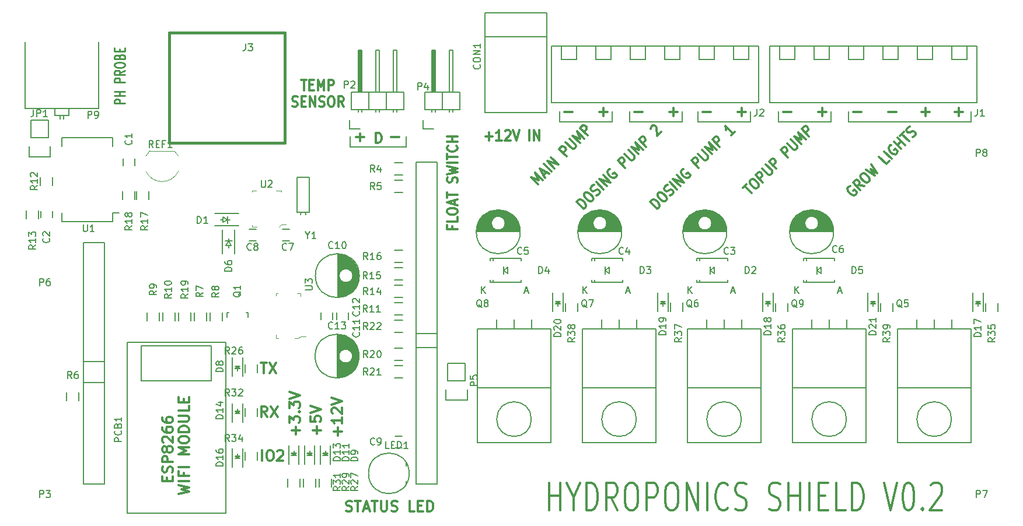
<source format=gbr>
G04 #@! TF.FileFunction,Legend,Top*
%FSLAX46Y46*%
G04 Gerber Fmt 4.6, Leading zero omitted, Abs format (unit mm)*
G04 Created by KiCad (PCBNEW 4.0.2+dfsg1-stable) date Mon 18 Jun 2018 02:06:16 PM EDT*
%MOMM*%
G01*
G04 APERTURE LIST*
%ADD10C,0.100000*%
%ADD11C,0.300000*%
%ADD12C,0.200000*%
%ADD13C,0.275000*%
%ADD14C,0.381000*%
%ADD15C,0.150000*%
%ADD16C,0.120000*%
G04 APERTURE END LIST*
D10*
D11*
X83458857Y-83515999D02*
X83458857Y-83965999D01*
X84244571Y-83965999D02*
X82744571Y-83965999D01*
X82744571Y-83323142D01*
X84244571Y-82165999D02*
X84244571Y-82808856D01*
X82744571Y-82808856D01*
X82744571Y-81458857D02*
X82744571Y-81201714D01*
X82816000Y-81073142D01*
X82958857Y-80944571D01*
X83244571Y-80880285D01*
X83744571Y-80880285D01*
X84030286Y-80944571D01*
X84173143Y-81073142D01*
X84244571Y-81201714D01*
X84244571Y-81458857D01*
X84173143Y-81587428D01*
X84030286Y-81715999D01*
X83744571Y-81780285D01*
X83244571Y-81780285D01*
X82958857Y-81715999D01*
X82816000Y-81587428D01*
X82744571Y-81458857D01*
X83816000Y-80365999D02*
X83816000Y-79723142D01*
X84244571Y-80494571D02*
X82744571Y-80044571D01*
X84244571Y-79594571D01*
X82744571Y-79337428D02*
X82744571Y-78565999D01*
X84244571Y-78951713D02*
X82744571Y-78951713D01*
X84173143Y-77151714D02*
X84244571Y-76958857D01*
X84244571Y-76637428D01*
X84173143Y-76508857D01*
X84101714Y-76444571D01*
X83958857Y-76380286D01*
X83816000Y-76380286D01*
X83673143Y-76444571D01*
X83601714Y-76508857D01*
X83530286Y-76637428D01*
X83458857Y-76894571D01*
X83387429Y-77023143D01*
X83316000Y-77087428D01*
X83173143Y-77151714D01*
X83030286Y-77151714D01*
X82887429Y-77087428D01*
X82816000Y-77023143D01*
X82744571Y-76894571D01*
X82744571Y-76573143D01*
X82816000Y-76380286D01*
X82744571Y-75930286D02*
X84244571Y-75608857D01*
X83173143Y-75351714D01*
X84244571Y-75094572D01*
X82744571Y-74773143D01*
X84244571Y-74258857D02*
X82744571Y-74258857D01*
X82744571Y-73808858D02*
X82744571Y-73037429D01*
X84244571Y-73423143D02*
X82744571Y-73423143D01*
X84101714Y-71816001D02*
X84173143Y-71880287D01*
X84244571Y-72073144D01*
X84244571Y-72201715D01*
X84173143Y-72394572D01*
X84030286Y-72523144D01*
X83887429Y-72587429D01*
X83601714Y-72651715D01*
X83387429Y-72651715D01*
X83101714Y-72587429D01*
X82958857Y-72523144D01*
X82816000Y-72394572D01*
X82744571Y-72201715D01*
X82744571Y-72073144D01*
X82816000Y-71880287D01*
X82887429Y-71816001D01*
X84244571Y-71237429D02*
X82744571Y-71237429D01*
X83458857Y-71237429D02*
X83458857Y-70466001D01*
X84244571Y-70466001D02*
X82744571Y-70466001D01*
X141220009Y-77683330D02*
X141078588Y-77723736D01*
X140942218Y-77860106D01*
X140856355Y-78046985D01*
X140866456Y-78238914D01*
X140922015Y-78385386D01*
X141078589Y-78632874D01*
X141230111Y-78784396D01*
X141477599Y-78940970D01*
X141624071Y-78996529D01*
X141816000Y-79006630D01*
X142002878Y-78920767D01*
X142093791Y-78829853D01*
X142179654Y-78642975D01*
X142174604Y-78547010D01*
X141821050Y-78193457D01*
X141639223Y-78375285D01*
X143230213Y-77693431D02*
X142406939Y-77506554D01*
X142684731Y-78238913D02*
X141624071Y-77178253D01*
X141987725Y-76814599D01*
X142129147Y-76774193D01*
X142225111Y-76779244D01*
X142371584Y-76834802D01*
X142523106Y-76986325D01*
X142578665Y-77132798D01*
X142583716Y-77228761D01*
X142543310Y-77370183D01*
X142179655Y-77733838D01*
X142760492Y-76041832D02*
X142942319Y-75860005D01*
X143083741Y-75819599D01*
X143275670Y-75829700D01*
X143523157Y-75986273D01*
X143876711Y-76339827D01*
X144033285Y-76587315D01*
X144043386Y-76779244D01*
X144002979Y-76920665D01*
X143821152Y-77102492D01*
X143679731Y-77142899D01*
X143487803Y-77132797D01*
X143240315Y-76976223D01*
X142886761Y-76622670D01*
X142730188Y-76375182D01*
X142720086Y-76183254D01*
X142760492Y-76041832D01*
X143487802Y-75314522D02*
X144775747Y-76147898D01*
X144199960Y-75208456D01*
X145139401Y-75784243D01*
X144306026Y-74496298D01*
X146912219Y-74011425D02*
X146457650Y-74465994D01*
X145396990Y-73405334D01*
X147230417Y-73693227D02*
X146169757Y-72632567D01*
X147174858Y-71728482D02*
X147033437Y-71768887D01*
X146897066Y-71905258D01*
X146811204Y-72092136D01*
X146821305Y-72284065D01*
X146876864Y-72430537D01*
X147033438Y-72678025D01*
X147184960Y-72829547D01*
X147432448Y-72986121D01*
X147578920Y-73041680D01*
X147770849Y-73051781D01*
X147957727Y-72965918D01*
X148048640Y-72875004D01*
X148134503Y-72688127D01*
X148129452Y-72592162D01*
X147775899Y-72238608D01*
X147594071Y-72420436D01*
X148639580Y-72284065D02*
X147578920Y-71223404D01*
X148083996Y-71728481D02*
X148629478Y-71182999D01*
X149185062Y-71738583D02*
X148124402Y-70677922D01*
X148442600Y-70359724D02*
X148988082Y-69814242D01*
X149776001Y-71147643D02*
X148715341Y-70086983D01*
X150270976Y-70551654D02*
X150457854Y-70465790D01*
X150685139Y-70238506D01*
X150725545Y-70097085D01*
X150720494Y-70001120D01*
X150664935Y-69854649D01*
X150563920Y-69753633D01*
X150417448Y-69698075D01*
X150321483Y-69693024D01*
X150180063Y-69733430D01*
X149947727Y-69864750D01*
X149806306Y-69905157D01*
X149710342Y-69900105D01*
X149563869Y-69844547D01*
X149462854Y-69743532D01*
X149407296Y-69597060D01*
X149402245Y-69501095D01*
X149442651Y-69359673D01*
X149669935Y-69132389D01*
X149856813Y-69046527D01*
X125638019Y-77924305D02*
X126183501Y-77378823D01*
X126971421Y-78712224D02*
X125910760Y-77651564D01*
X126683526Y-76878798D02*
X126865354Y-76696970D01*
X127006776Y-76656564D01*
X127198705Y-76666666D01*
X127446192Y-76823239D01*
X127799745Y-77176792D01*
X127956319Y-77424280D01*
X127966421Y-77616209D01*
X127926014Y-77757630D01*
X127744187Y-77939458D01*
X127602766Y-77979864D01*
X127410837Y-77969762D01*
X127163349Y-77813188D01*
X126809796Y-77459635D01*
X126653223Y-77212148D01*
X126643121Y-77020219D01*
X126683526Y-76878798D01*
X128562411Y-77121233D02*
X127501751Y-76060573D01*
X127865405Y-75696919D01*
X128006827Y-75656513D01*
X128102791Y-75661564D01*
X128249264Y-75717122D01*
X128400786Y-75868645D01*
X128456345Y-76015118D01*
X128461396Y-76111081D01*
X128420990Y-76252503D01*
X128057335Y-76616158D01*
X128456345Y-75105979D02*
X129314975Y-75964609D01*
X129461446Y-76020168D01*
X129557411Y-76025219D01*
X129698832Y-75984812D01*
X129880659Y-75802985D01*
X129921066Y-75661563D01*
X129916015Y-75565599D01*
X129860457Y-75419127D01*
X129001827Y-74560497D01*
X130517056Y-75166588D02*
X129456396Y-74105928D01*
X129820051Y-73742273D01*
X129961473Y-73701867D01*
X130057437Y-73706919D01*
X130203909Y-73762477D01*
X130355431Y-73913999D01*
X130410990Y-74060472D01*
X130416041Y-74156436D01*
X130375635Y-74297858D01*
X130011980Y-74661512D01*
X132198960Y-73484684D02*
X131138300Y-72424024D01*
X131501954Y-72060370D01*
X131643376Y-72019964D01*
X131739341Y-72025015D01*
X131885813Y-72080573D01*
X132037335Y-72232096D01*
X132092894Y-72378569D01*
X132097945Y-72474532D01*
X132057539Y-72615954D01*
X131693884Y-72979609D01*
X132092894Y-71469430D02*
X132951524Y-72328060D01*
X133097995Y-72383619D01*
X133193960Y-72388670D01*
X133335381Y-72348263D01*
X133517209Y-72166436D01*
X133557615Y-72025014D01*
X133552564Y-71929050D01*
X133497006Y-71782578D01*
X132638376Y-70923948D01*
X134153605Y-71530039D02*
X133092945Y-70469379D01*
X134168758Y-70908795D01*
X133729341Y-69832983D01*
X134790001Y-70893643D01*
X135244570Y-70439074D02*
X134183910Y-69378414D01*
X134547564Y-69014760D01*
X134688986Y-68974354D01*
X134784951Y-68979405D01*
X134931423Y-69034963D01*
X135082945Y-69186486D01*
X135138504Y-69332959D01*
X135143555Y-69428922D01*
X135103149Y-69570344D01*
X134739494Y-69933999D01*
X113252628Y-81001016D02*
X112191968Y-79940356D01*
X112419252Y-79713072D01*
X112606131Y-79627209D01*
X112798060Y-79637310D01*
X112944531Y-79692869D01*
X113192019Y-79849443D01*
X113343542Y-80000965D01*
X113500116Y-80248453D01*
X113555675Y-80394925D01*
X113565776Y-80586854D01*
X113479912Y-80773732D01*
X113252628Y-81001016D01*
X113328389Y-78803935D02*
X113510217Y-78622107D01*
X113651639Y-78581701D01*
X113843567Y-78591803D01*
X114091055Y-78748376D01*
X114444608Y-79101929D01*
X114601182Y-79349417D01*
X114611284Y-79541346D01*
X114570877Y-79682767D01*
X114389049Y-79864595D01*
X114247629Y-79905001D01*
X114055700Y-79894899D01*
X113808212Y-79738325D01*
X113454659Y-79384772D01*
X113298085Y-79137285D01*
X113287984Y-78945356D01*
X113328389Y-78803935D01*
X115111310Y-79041320D02*
X115298187Y-78955457D01*
X115525472Y-78728172D01*
X115565878Y-78586752D01*
X115560827Y-78490787D01*
X115505268Y-78344315D01*
X115404253Y-78243300D01*
X115257782Y-78187741D01*
X115161817Y-78182690D01*
X115020396Y-78223097D01*
X114788061Y-78354416D01*
X114646639Y-78394823D01*
X114550675Y-78389772D01*
X114404203Y-78334214D01*
X114303188Y-78233198D01*
X114247629Y-78086726D01*
X114242578Y-77990762D01*
X114282984Y-77849340D01*
X114510268Y-77622056D01*
X114697146Y-77536193D01*
X116116411Y-78137233D02*
X115055751Y-77076573D01*
X116570979Y-77682665D02*
X115510319Y-76622005D01*
X117116461Y-77137183D01*
X116055801Y-76076523D01*
X117060903Y-75172437D02*
X116919482Y-75212842D01*
X116783111Y-75349212D01*
X116697249Y-75536091D01*
X116707350Y-75728020D01*
X116762909Y-75874492D01*
X116919483Y-76121980D01*
X117071005Y-76273502D01*
X117318493Y-76430076D01*
X117464965Y-76485635D01*
X117656894Y-76495736D01*
X117843772Y-76409873D01*
X117934685Y-76318959D01*
X118020548Y-76132082D01*
X118015497Y-76036117D01*
X117661944Y-75682563D01*
X117480117Y-75864391D01*
X119252934Y-75000710D02*
X118192274Y-73940050D01*
X118555929Y-73576395D01*
X118697351Y-73535989D01*
X118793315Y-73541041D01*
X118939787Y-73596599D01*
X119091310Y-73748121D01*
X119146868Y-73894594D01*
X119151919Y-73990558D01*
X119111513Y-74131980D01*
X118747859Y-74495634D01*
X119146868Y-72985456D02*
X120005498Y-73844086D01*
X120151970Y-73899644D01*
X120247935Y-73904695D01*
X120389355Y-73864289D01*
X120571183Y-73682461D01*
X120611590Y-73541040D01*
X120606538Y-73445076D01*
X120550980Y-73298604D01*
X119692350Y-72439974D01*
X121207580Y-73046065D02*
X120146920Y-71985404D01*
X121222732Y-72424821D01*
X120783316Y-71349008D01*
X121843976Y-72409668D01*
X122298544Y-71955100D02*
X121237884Y-70894440D01*
X121601539Y-70530785D01*
X121742961Y-70490379D01*
X121838925Y-70495431D01*
X121985397Y-70550989D01*
X122136920Y-70702511D01*
X122192478Y-70848984D01*
X122197529Y-70944948D01*
X122157123Y-71086370D01*
X121793469Y-71450024D01*
X124480473Y-69773171D02*
X123934991Y-70318653D01*
X124207732Y-70045912D02*
X123147072Y-68985252D01*
X123207681Y-69227689D01*
X123217782Y-69419618D01*
X123177377Y-69561039D01*
X102584628Y-81001016D02*
X101523968Y-79940356D01*
X101751252Y-79713072D01*
X101938131Y-79627209D01*
X102130060Y-79637310D01*
X102276531Y-79692869D01*
X102524019Y-79849443D01*
X102675542Y-80000965D01*
X102832116Y-80248453D01*
X102887675Y-80394925D01*
X102897776Y-80586854D01*
X102811912Y-80773732D01*
X102584628Y-81001016D01*
X102660389Y-78803935D02*
X102842217Y-78622107D01*
X102983639Y-78581701D01*
X103175567Y-78591803D01*
X103423055Y-78748376D01*
X103776608Y-79101929D01*
X103933182Y-79349417D01*
X103943284Y-79541346D01*
X103902877Y-79682767D01*
X103721049Y-79864595D01*
X103579629Y-79905001D01*
X103387700Y-79894899D01*
X103140212Y-79738325D01*
X102786659Y-79384772D01*
X102630085Y-79137285D01*
X102619984Y-78945356D01*
X102660389Y-78803935D01*
X104443310Y-79041320D02*
X104630187Y-78955457D01*
X104857472Y-78728172D01*
X104897878Y-78586752D01*
X104892827Y-78490787D01*
X104837268Y-78344315D01*
X104736253Y-78243300D01*
X104589782Y-78187741D01*
X104493817Y-78182690D01*
X104352396Y-78223097D01*
X104120061Y-78354416D01*
X103978639Y-78394823D01*
X103882675Y-78389772D01*
X103736203Y-78334214D01*
X103635188Y-78233198D01*
X103579629Y-78086726D01*
X103574578Y-77990762D01*
X103614984Y-77849340D01*
X103842268Y-77622056D01*
X104029146Y-77536193D01*
X105448411Y-78137233D02*
X104387751Y-77076573D01*
X105902979Y-77682665D02*
X104842319Y-76622005D01*
X106448461Y-77137183D01*
X105387801Y-76076523D01*
X106392903Y-75172437D02*
X106251482Y-75212842D01*
X106115111Y-75349212D01*
X106029249Y-75536091D01*
X106039350Y-75728020D01*
X106094909Y-75874492D01*
X106251483Y-76121980D01*
X106403005Y-76273502D01*
X106650493Y-76430076D01*
X106796965Y-76485635D01*
X106988894Y-76495736D01*
X107175772Y-76409873D01*
X107266685Y-76318959D01*
X107352548Y-76132082D01*
X107347497Y-76036117D01*
X106993944Y-75682563D01*
X106812117Y-75864391D01*
X108584934Y-75000710D02*
X107524274Y-73940050D01*
X107887929Y-73576395D01*
X108029351Y-73535989D01*
X108125315Y-73541041D01*
X108271787Y-73596599D01*
X108423310Y-73748121D01*
X108478868Y-73894594D01*
X108483919Y-73990558D01*
X108443513Y-74131980D01*
X108079859Y-74495634D01*
X108478868Y-72985456D02*
X109337498Y-73844086D01*
X109483970Y-73899644D01*
X109579935Y-73904695D01*
X109721355Y-73864289D01*
X109903183Y-73682461D01*
X109943590Y-73541040D01*
X109938538Y-73445076D01*
X109882980Y-73298604D01*
X109024350Y-72439974D01*
X110539580Y-73046065D02*
X109478920Y-71985404D01*
X110554732Y-72424821D01*
X110115316Y-71349008D01*
X111175976Y-72409668D01*
X111630544Y-71955100D02*
X110569884Y-70894440D01*
X110933539Y-70530785D01*
X111074961Y-70490379D01*
X111170925Y-70495431D01*
X111317397Y-70550989D01*
X111468920Y-70702511D01*
X111524478Y-70848984D01*
X111529529Y-70944948D01*
X111489123Y-71086370D01*
X111125469Y-71450024D01*
X112307347Y-69359009D02*
X112302296Y-69263044D01*
X112342701Y-69121623D01*
X112569986Y-68894338D01*
X112711407Y-68853933D01*
X112807372Y-68858983D01*
X112953844Y-68914542D01*
X113054859Y-69015557D01*
X113160926Y-69212537D01*
X113221534Y-70364110D01*
X113812473Y-69773171D01*
X95975446Y-77450198D02*
X94914786Y-76389538D01*
X95990599Y-76828955D01*
X95551182Y-75753142D01*
X96611842Y-76813802D01*
X96717908Y-76101645D02*
X97172477Y-75647076D01*
X96930040Y-76495605D02*
X96187578Y-75116746D01*
X97566436Y-75859209D01*
X97884635Y-75541010D02*
X96823974Y-74480350D01*
X98339203Y-75086441D02*
X97278543Y-74025781D01*
X98884685Y-74540959D01*
X97824025Y-73480299D01*
X100066564Y-73359080D02*
X99005904Y-72298420D01*
X99369558Y-71934766D01*
X99510980Y-71894360D01*
X99606944Y-71899411D01*
X99753417Y-71954969D01*
X99904939Y-72106492D01*
X99960498Y-72252965D01*
X99965549Y-72348928D01*
X99925142Y-72490350D01*
X99561488Y-72854005D01*
X99960498Y-71343826D02*
X100819128Y-72202456D01*
X100965599Y-72258015D01*
X101061564Y-72263066D01*
X101202985Y-72222659D01*
X101384812Y-72040832D01*
X101425219Y-71899411D01*
X101420168Y-71803446D01*
X101364610Y-71656974D01*
X100505980Y-70798344D01*
X102021209Y-71404435D02*
X100960549Y-70343775D01*
X102036362Y-70783192D01*
X101596945Y-69707379D01*
X102657605Y-70768039D01*
X103112174Y-70313470D02*
X102051514Y-69252810D01*
X102415168Y-68889156D01*
X102556590Y-68848750D01*
X102652554Y-68853801D01*
X102799027Y-68909359D01*
X102950549Y-69060882D01*
X103006108Y-69207355D01*
X103011159Y-69303318D01*
X102970753Y-69444740D01*
X102607098Y-69808395D01*
X88280572Y-70465143D02*
X89309143Y-70465143D01*
X88794857Y-71036571D02*
X88794857Y-69893714D01*
X90659143Y-71036571D02*
X89887715Y-71036571D01*
X90273429Y-71036571D02*
X90273429Y-69536571D01*
X90144858Y-69750857D01*
X90016286Y-69893714D01*
X89887715Y-69965143D01*
X91173429Y-69679429D02*
X91237715Y-69608000D01*
X91366286Y-69536571D01*
X91687715Y-69536571D01*
X91816286Y-69608000D01*
X91880572Y-69679429D01*
X91944857Y-69822286D01*
X91944857Y-69965143D01*
X91880572Y-70179429D01*
X91109143Y-71036571D01*
X91944857Y-71036571D01*
X92330571Y-69536571D02*
X92780571Y-71036571D01*
X93230571Y-69536571D01*
X94709143Y-71036571D02*
X94709143Y-69536571D01*
X95352000Y-71036571D02*
X95352000Y-69536571D01*
X96123428Y-71036571D01*
X96123428Y-69536571D01*
D12*
X76835000Y-70485000D02*
X76835000Y-72009000D01*
X68707000Y-70485000D02*
X68707000Y-72009000D01*
X68707000Y-72009000D02*
X76835000Y-72009000D01*
D11*
X72378143Y-71417571D02*
X72378143Y-69917571D01*
X72735286Y-69917571D01*
X72949571Y-69989000D01*
X73092429Y-70131857D01*
X73163857Y-70274714D01*
X73235286Y-70560429D01*
X73235286Y-70774714D01*
X73163857Y-71060429D01*
X73092429Y-71203286D01*
X72949571Y-71346143D01*
X72735286Y-71417571D01*
X72378143Y-71417571D01*
X74612572Y-70592143D02*
X75755429Y-70592143D01*
X69532572Y-70592143D02*
X70675429Y-70592143D01*
X70104000Y-71163571D02*
X70104000Y-70020714D01*
X61565143Y-62240571D02*
X62336572Y-62240571D01*
X61950858Y-63740571D02*
X61950858Y-62240571D01*
X62786572Y-62954857D02*
X63236572Y-62954857D01*
X63429429Y-63740571D02*
X62786572Y-63740571D01*
X62786572Y-62240571D01*
X63429429Y-62240571D01*
X64008001Y-63740571D02*
X64008001Y-62240571D01*
X64458001Y-63312000D01*
X64908001Y-62240571D01*
X64908001Y-63740571D01*
X65550858Y-63740571D02*
X65550858Y-62240571D01*
X66065143Y-62240571D01*
X66193715Y-62312000D01*
X66258000Y-62383429D01*
X66322286Y-62526286D01*
X66322286Y-62740571D01*
X66258000Y-62883429D01*
X66193715Y-62954857D01*
X66065143Y-63026286D01*
X65550858Y-63026286D01*
X60279429Y-66069143D02*
X60472286Y-66140571D01*
X60793715Y-66140571D01*
X60922286Y-66069143D01*
X60986572Y-65997714D01*
X61050857Y-65854857D01*
X61050857Y-65712000D01*
X60986572Y-65569143D01*
X60922286Y-65497714D01*
X60793715Y-65426286D01*
X60536572Y-65354857D01*
X60408000Y-65283429D01*
X60343715Y-65212000D01*
X60279429Y-65069143D01*
X60279429Y-64926286D01*
X60343715Y-64783429D01*
X60408000Y-64712000D01*
X60536572Y-64640571D01*
X60858000Y-64640571D01*
X61050857Y-64712000D01*
X61629429Y-65354857D02*
X62079429Y-65354857D01*
X62272286Y-66140571D02*
X61629429Y-66140571D01*
X61629429Y-64640571D01*
X62272286Y-64640571D01*
X62850858Y-66140571D02*
X62850858Y-64640571D01*
X63622286Y-66140571D01*
X63622286Y-64640571D01*
X64200858Y-66069143D02*
X64393715Y-66140571D01*
X64715144Y-66140571D01*
X64843715Y-66069143D01*
X64908001Y-65997714D01*
X64972286Y-65854857D01*
X64972286Y-65712000D01*
X64908001Y-65569143D01*
X64843715Y-65497714D01*
X64715144Y-65426286D01*
X64458001Y-65354857D01*
X64329429Y-65283429D01*
X64265144Y-65212000D01*
X64200858Y-65069143D01*
X64200858Y-64926286D01*
X64265144Y-64783429D01*
X64329429Y-64712000D01*
X64458001Y-64640571D01*
X64779429Y-64640571D01*
X64972286Y-64712000D01*
X65808000Y-64640571D02*
X66065143Y-64640571D01*
X66193715Y-64712000D01*
X66322286Y-64854857D01*
X66386572Y-65140571D01*
X66386572Y-65640571D01*
X66322286Y-65926286D01*
X66193715Y-66069143D01*
X66065143Y-66140571D01*
X65808000Y-66140571D01*
X65679429Y-66069143D01*
X65550858Y-65926286D01*
X65486572Y-65640571D01*
X65486572Y-65140571D01*
X65550858Y-64854857D01*
X65679429Y-64712000D01*
X65808000Y-64640571D01*
X67736572Y-66140571D02*
X67286572Y-65426286D01*
X66965144Y-66140571D02*
X66965144Y-64640571D01*
X67479429Y-64640571D01*
X67608001Y-64712000D01*
X67672286Y-64783429D01*
X67736572Y-64926286D01*
X67736572Y-65140571D01*
X67672286Y-65283429D01*
X67608001Y-65354857D01*
X67479429Y-65426286D01*
X66965144Y-65426286D01*
X55904000Y-117518571D02*
X55904000Y-116018571D01*
X56904000Y-116018571D02*
X57189714Y-116018571D01*
X57332572Y-116090000D01*
X57475429Y-116232857D01*
X57546857Y-116518571D01*
X57546857Y-117018571D01*
X57475429Y-117304286D01*
X57332572Y-117447143D01*
X57189714Y-117518571D01*
X56904000Y-117518571D01*
X56761143Y-117447143D01*
X56618286Y-117304286D01*
X56546857Y-117018571D01*
X56546857Y-116518571D01*
X56618286Y-116232857D01*
X56761143Y-116090000D01*
X56904000Y-116018571D01*
X58118286Y-116161429D02*
X58189715Y-116090000D01*
X58332572Y-116018571D01*
X58689715Y-116018571D01*
X58832572Y-116090000D01*
X58904001Y-116161429D01*
X58975429Y-116304286D01*
X58975429Y-116447143D01*
X58904001Y-116661429D01*
X58046858Y-117518571D01*
X58975429Y-117518571D01*
D12*
X78232000Y-74168000D02*
X78232000Y-120904000D01*
D11*
X68100572Y-124813143D02*
X68314858Y-124884571D01*
X68672001Y-124884571D01*
X68814858Y-124813143D01*
X68886287Y-124741714D01*
X68957715Y-124598857D01*
X68957715Y-124456000D01*
X68886287Y-124313143D01*
X68814858Y-124241714D01*
X68672001Y-124170286D01*
X68386287Y-124098857D01*
X68243429Y-124027429D01*
X68172001Y-123956000D01*
X68100572Y-123813143D01*
X68100572Y-123670286D01*
X68172001Y-123527429D01*
X68243429Y-123456000D01*
X68386287Y-123384571D01*
X68743429Y-123384571D01*
X68957715Y-123456000D01*
X69386286Y-123384571D02*
X70243429Y-123384571D01*
X69814858Y-124884571D02*
X69814858Y-123384571D01*
X70672000Y-124456000D02*
X71386286Y-124456000D01*
X70529143Y-124884571D02*
X71029143Y-123384571D01*
X71529143Y-124884571D01*
X71814857Y-123384571D02*
X72672000Y-123384571D01*
X72243429Y-124884571D02*
X72243429Y-123384571D01*
X73172000Y-123384571D02*
X73172000Y-124598857D01*
X73243428Y-124741714D01*
X73314857Y-124813143D01*
X73457714Y-124884571D01*
X73743428Y-124884571D01*
X73886286Y-124813143D01*
X73957714Y-124741714D01*
X74029143Y-124598857D01*
X74029143Y-123384571D01*
X74672000Y-124813143D02*
X74886286Y-124884571D01*
X75243429Y-124884571D01*
X75386286Y-124813143D01*
X75457715Y-124741714D01*
X75529143Y-124598857D01*
X75529143Y-124456000D01*
X75457715Y-124313143D01*
X75386286Y-124241714D01*
X75243429Y-124170286D01*
X74957715Y-124098857D01*
X74814857Y-124027429D01*
X74743429Y-123956000D01*
X74672000Y-123813143D01*
X74672000Y-123670286D01*
X74743429Y-123527429D01*
X74814857Y-123456000D01*
X74957715Y-123384571D01*
X75314857Y-123384571D01*
X75529143Y-123456000D01*
X78029143Y-124884571D02*
X77314857Y-124884571D01*
X77314857Y-123384571D01*
X78529143Y-124098857D02*
X79029143Y-124098857D01*
X79243429Y-124884571D02*
X78529143Y-124884571D01*
X78529143Y-123384571D01*
X79243429Y-123384571D01*
X79886286Y-124884571D02*
X79886286Y-123384571D01*
X80243429Y-123384571D01*
X80457714Y-123456000D01*
X80600572Y-123598857D01*
X80672000Y-123741714D01*
X80743429Y-124027429D01*
X80743429Y-124241714D01*
X80672000Y-124527429D01*
X80600572Y-124670286D01*
X80457714Y-124813143D01*
X80243429Y-124884571D01*
X79886286Y-124884571D01*
D12*
X29972000Y-106172000D02*
X33020000Y-106172000D01*
X29972000Y-103124000D02*
X33020000Y-103124000D01*
X29972000Y-120904000D02*
X29972000Y-85852000D01*
X33020000Y-120904000D02*
X29972000Y-120904000D01*
X33020000Y-85852000D02*
X33020000Y-120904000D01*
X29972000Y-85852000D02*
X33020000Y-85852000D01*
X78232000Y-101092000D02*
X81280000Y-101092000D01*
X78232000Y-99060000D02*
X81280000Y-99060000D01*
X81280000Y-74168000D02*
X78232000Y-74168000D01*
X81280000Y-120904000D02*
X81280000Y-74168000D01*
X78232000Y-120904000D02*
X81280000Y-120904000D01*
D11*
X63861143Y-113688571D02*
X63861143Y-112545714D01*
X64432571Y-113117143D02*
X63289714Y-113117143D01*
X62932571Y-111117142D02*
X62932571Y-111831428D01*
X63646857Y-111902857D01*
X63575429Y-111831428D01*
X63504000Y-111688571D01*
X63504000Y-111331428D01*
X63575429Y-111188571D01*
X63646857Y-111117142D01*
X63789714Y-111045714D01*
X64146857Y-111045714D01*
X64289714Y-111117142D01*
X64361143Y-111188571D01*
X64432571Y-111331428D01*
X64432571Y-111688571D01*
X64361143Y-111831428D01*
X64289714Y-111902857D01*
X62932571Y-110617143D02*
X64432571Y-110117143D01*
X62932571Y-109617143D01*
X55753143Y-103318571D02*
X56610286Y-103318571D01*
X56181715Y-104818571D02*
X56181715Y-103318571D01*
X56967429Y-103318571D02*
X57967429Y-104818571D01*
X57967429Y-103318571D02*
X56967429Y-104818571D01*
X131508572Y-66909143D02*
X132651429Y-66909143D01*
X124904572Y-66909143D02*
X126047429Y-66909143D01*
X125476000Y-67480571D02*
X125476000Y-66337714D01*
X42126857Y-120530284D02*
X42126857Y-120030284D01*
X42912571Y-119815998D02*
X42912571Y-120530284D01*
X41412571Y-120530284D01*
X41412571Y-119815998D01*
X42841143Y-119244570D02*
X42912571Y-119030284D01*
X42912571Y-118673141D01*
X42841143Y-118530284D01*
X42769714Y-118458855D01*
X42626857Y-118387427D01*
X42484000Y-118387427D01*
X42341143Y-118458855D01*
X42269714Y-118530284D01*
X42198286Y-118673141D01*
X42126857Y-118958855D01*
X42055429Y-119101713D01*
X41984000Y-119173141D01*
X41841143Y-119244570D01*
X41698286Y-119244570D01*
X41555429Y-119173141D01*
X41484000Y-119101713D01*
X41412571Y-118958855D01*
X41412571Y-118601713D01*
X41484000Y-118387427D01*
X42912571Y-117744570D02*
X41412571Y-117744570D01*
X41412571Y-117173142D01*
X41484000Y-117030284D01*
X41555429Y-116958856D01*
X41698286Y-116887427D01*
X41912571Y-116887427D01*
X42055429Y-116958856D01*
X42126857Y-117030284D01*
X42198286Y-117173142D01*
X42198286Y-117744570D01*
X42055429Y-116030284D02*
X41984000Y-116173142D01*
X41912571Y-116244570D01*
X41769714Y-116315999D01*
X41698286Y-116315999D01*
X41555429Y-116244570D01*
X41484000Y-116173142D01*
X41412571Y-116030284D01*
X41412571Y-115744570D01*
X41484000Y-115601713D01*
X41555429Y-115530284D01*
X41698286Y-115458856D01*
X41769714Y-115458856D01*
X41912571Y-115530284D01*
X41984000Y-115601713D01*
X42055429Y-115744570D01*
X42055429Y-116030284D01*
X42126857Y-116173142D01*
X42198286Y-116244570D01*
X42341143Y-116315999D01*
X42626857Y-116315999D01*
X42769714Y-116244570D01*
X42841143Y-116173142D01*
X42912571Y-116030284D01*
X42912571Y-115744570D01*
X42841143Y-115601713D01*
X42769714Y-115530284D01*
X42626857Y-115458856D01*
X42341143Y-115458856D01*
X42198286Y-115530284D01*
X42126857Y-115601713D01*
X42055429Y-115744570D01*
X41555429Y-114887428D02*
X41484000Y-114815999D01*
X41412571Y-114673142D01*
X41412571Y-114315999D01*
X41484000Y-114173142D01*
X41555429Y-114101713D01*
X41698286Y-114030285D01*
X41841143Y-114030285D01*
X42055429Y-114101713D01*
X42912571Y-114958856D01*
X42912571Y-114030285D01*
X41412571Y-112744571D02*
X41412571Y-113030285D01*
X41484000Y-113173142D01*
X41555429Y-113244571D01*
X41769714Y-113387428D01*
X42055429Y-113458857D01*
X42626857Y-113458857D01*
X42769714Y-113387428D01*
X42841143Y-113316000D01*
X42912571Y-113173142D01*
X42912571Y-112887428D01*
X42841143Y-112744571D01*
X42769714Y-112673142D01*
X42626857Y-112601714D01*
X42269714Y-112601714D01*
X42126857Y-112673142D01*
X42055429Y-112744571D01*
X41984000Y-112887428D01*
X41984000Y-113173142D01*
X42055429Y-113316000D01*
X42126857Y-113387428D01*
X42269714Y-113458857D01*
X41412571Y-111316000D02*
X41412571Y-111601714D01*
X41484000Y-111744571D01*
X41555429Y-111816000D01*
X41769714Y-111958857D01*
X42055429Y-112030286D01*
X42626857Y-112030286D01*
X42769714Y-111958857D01*
X42841143Y-111887429D01*
X42912571Y-111744571D01*
X42912571Y-111458857D01*
X42841143Y-111316000D01*
X42769714Y-111244571D01*
X42626857Y-111173143D01*
X42269714Y-111173143D01*
X42126857Y-111244571D01*
X42055429Y-111316000D01*
X41984000Y-111458857D01*
X41984000Y-111744571D01*
X42055429Y-111887429D01*
X42126857Y-111958857D01*
X42269714Y-112030286D01*
X43812571Y-122351715D02*
X45312571Y-121994572D01*
X44241143Y-121708858D01*
X45312571Y-121423144D01*
X43812571Y-121066001D01*
X45312571Y-120494572D02*
X43812571Y-120494572D01*
X44526857Y-119280286D02*
X44526857Y-119780286D01*
X45312571Y-119780286D02*
X43812571Y-119780286D01*
X43812571Y-119066000D01*
X45312571Y-118494572D02*
X43812571Y-118494572D01*
X45312571Y-116637429D02*
X43812571Y-116637429D01*
X44884000Y-116137429D01*
X43812571Y-115637429D01*
X45312571Y-115637429D01*
X43812571Y-114637429D02*
X43812571Y-114351715D01*
X43884000Y-114208857D01*
X44026857Y-114066000D01*
X44312571Y-113994572D01*
X44812571Y-113994572D01*
X45098286Y-114066000D01*
X45241143Y-114208857D01*
X45312571Y-114351715D01*
X45312571Y-114637429D01*
X45241143Y-114780286D01*
X45098286Y-114923143D01*
X44812571Y-114994572D01*
X44312571Y-114994572D01*
X44026857Y-114923143D01*
X43884000Y-114780286D01*
X43812571Y-114637429D01*
X45312571Y-113351714D02*
X43812571Y-113351714D01*
X43812571Y-112994571D01*
X43884000Y-112780286D01*
X44026857Y-112637428D01*
X44169714Y-112566000D01*
X44455429Y-112494571D01*
X44669714Y-112494571D01*
X44955429Y-112566000D01*
X45098286Y-112637428D01*
X45241143Y-112780286D01*
X45312571Y-112994571D01*
X45312571Y-113351714D01*
X43812571Y-111851714D02*
X45026857Y-111851714D01*
X45169714Y-111780286D01*
X45241143Y-111708857D01*
X45312571Y-111566000D01*
X45312571Y-111280286D01*
X45241143Y-111137428D01*
X45169714Y-111066000D01*
X45026857Y-110994571D01*
X43812571Y-110994571D01*
X45312571Y-109565999D02*
X45312571Y-110280285D01*
X43812571Y-110280285D01*
X44526857Y-109065999D02*
X44526857Y-108565999D01*
X45312571Y-108351713D02*
X45312571Y-109065999D01*
X43812571Y-109065999D01*
X43812571Y-108351713D01*
X56646001Y-111168571D02*
X56146001Y-110454286D01*
X55788858Y-111168571D02*
X55788858Y-109668571D01*
X56360286Y-109668571D01*
X56503144Y-109740000D01*
X56574572Y-109811429D01*
X56646001Y-109954286D01*
X56646001Y-110168571D01*
X56574572Y-110311429D01*
X56503144Y-110382857D01*
X56360286Y-110454286D01*
X55788858Y-110454286D01*
X57146001Y-109668571D02*
X58146001Y-111168571D01*
X58146001Y-109668571D02*
X57146001Y-111168571D01*
X66909143Y-113894856D02*
X66909143Y-112751999D01*
X67480571Y-113323428D02*
X66337714Y-113323428D01*
X67480571Y-111251999D02*
X67480571Y-112109142D01*
X67480571Y-111680570D02*
X65980571Y-111680570D01*
X66194857Y-111823427D01*
X66337714Y-111966285D01*
X66409143Y-112109142D01*
X66123429Y-110680571D02*
X66052000Y-110609142D01*
X65980571Y-110466285D01*
X65980571Y-110109142D01*
X66052000Y-109966285D01*
X66123429Y-109894856D01*
X66266286Y-109823428D01*
X66409143Y-109823428D01*
X66623429Y-109894856D01*
X67480571Y-110751999D01*
X67480571Y-109823428D01*
X65980571Y-109394857D02*
X67480571Y-108894857D01*
X65980571Y-108394857D01*
X60813143Y-113743999D02*
X60813143Y-112601142D01*
X61384571Y-113172571D02*
X60241714Y-113172571D01*
X59884571Y-112029713D02*
X59884571Y-111101142D01*
X60456000Y-111601142D01*
X60456000Y-111386856D01*
X60527429Y-111243999D01*
X60598857Y-111172570D01*
X60741714Y-111101142D01*
X61098857Y-111101142D01*
X61241714Y-111172570D01*
X61313143Y-111243999D01*
X61384571Y-111386856D01*
X61384571Y-111815428D01*
X61313143Y-111958285D01*
X61241714Y-112029713D01*
X61241714Y-110458285D02*
X61313143Y-110386857D01*
X61384571Y-110458285D01*
X61313143Y-110529714D01*
X61241714Y-110458285D01*
X61384571Y-110458285D01*
X59884571Y-109886856D02*
X59884571Y-108958285D01*
X60456000Y-109458285D01*
X60456000Y-109243999D01*
X60527429Y-109101142D01*
X60598857Y-109029713D01*
X60741714Y-108958285D01*
X61098857Y-108958285D01*
X61241714Y-109029713D01*
X61313143Y-109101142D01*
X61384571Y-109243999D01*
X61384571Y-109672571D01*
X61313143Y-109815428D01*
X61241714Y-109886856D01*
X59884571Y-108529714D02*
X61384571Y-108029714D01*
X59884571Y-107529714D01*
D12*
X158750000Y-68326000D02*
X140970000Y-68326000D01*
X140970000Y-68326000D02*
X140970000Y-66802000D01*
X138430000Y-68326000D02*
X138430000Y-66802000D01*
X130810000Y-66802000D02*
X130810000Y-68326000D01*
X130810000Y-68326000D02*
X138430000Y-68326000D01*
D11*
X136588572Y-66909143D02*
X137731429Y-66909143D01*
X137160000Y-67480571D02*
X137160000Y-66337714D01*
D13*
X35984571Y-65680190D02*
X34484571Y-65680190D01*
X34484571Y-65261143D01*
X34556000Y-65156381D01*
X34627429Y-65104000D01*
X34770286Y-65051619D01*
X34984571Y-65051619D01*
X35127429Y-65104000D01*
X35198857Y-65156381D01*
X35270286Y-65261143D01*
X35270286Y-65680190D01*
X35984571Y-64580190D02*
X34484571Y-64580190D01*
X35198857Y-64580190D02*
X35198857Y-63951619D01*
X35984571Y-63951619D02*
X34484571Y-63951619D01*
X35984571Y-62589714D02*
X34484571Y-62589714D01*
X34484571Y-62170667D01*
X34556000Y-62065905D01*
X34627429Y-62013524D01*
X34770286Y-61961143D01*
X34984571Y-61961143D01*
X35127429Y-62013524D01*
X35198857Y-62065905D01*
X35270286Y-62170667D01*
X35270286Y-62589714D01*
X35984571Y-60861143D02*
X35270286Y-61227809D01*
X35984571Y-61489714D02*
X34484571Y-61489714D01*
X34484571Y-61070667D01*
X34556000Y-60965905D01*
X34627429Y-60913524D01*
X34770286Y-60861143D01*
X34984571Y-60861143D01*
X35127429Y-60913524D01*
X35198857Y-60965905D01*
X35270286Y-61070667D01*
X35270286Y-61489714D01*
X34484571Y-60180190D02*
X34484571Y-59970667D01*
X34556000Y-59865905D01*
X34698857Y-59761143D01*
X34984571Y-59708762D01*
X35484571Y-59708762D01*
X35770286Y-59761143D01*
X35913143Y-59865905D01*
X35984571Y-59970667D01*
X35984571Y-60180190D01*
X35913143Y-60284952D01*
X35770286Y-60389714D01*
X35484571Y-60442095D01*
X34984571Y-60442095D01*
X34698857Y-60389714D01*
X34556000Y-60284952D01*
X34484571Y-60180190D01*
X35198857Y-58870667D02*
X35270286Y-58713524D01*
X35341714Y-58661143D01*
X35484571Y-58608762D01*
X35698857Y-58608762D01*
X35841714Y-58661143D01*
X35913143Y-58713524D01*
X35984571Y-58818286D01*
X35984571Y-59237333D01*
X34484571Y-59237333D01*
X34484571Y-58870667D01*
X34556000Y-58765905D01*
X34627429Y-58713524D01*
X34770286Y-58661143D01*
X34913143Y-58661143D01*
X35056000Y-58713524D01*
X35127429Y-58765905D01*
X35198857Y-58870667D01*
X35198857Y-59237333D01*
X35198857Y-58137333D02*
X35198857Y-57770667D01*
X35984571Y-57613524D02*
X35984571Y-58137333D01*
X34484571Y-58137333D01*
X34484571Y-57613524D01*
D11*
X97551857Y-124745524D02*
X97551857Y-120745524D01*
X97551857Y-122650286D02*
X99180429Y-122650286D01*
X99180429Y-124745524D02*
X99180429Y-120745524D01*
X101080429Y-122840762D02*
X101080429Y-124745524D01*
X100130429Y-120745524D02*
X101080429Y-122840762D01*
X102030429Y-120745524D01*
X102980428Y-124745524D02*
X102980428Y-120745524D01*
X103659000Y-120745524D01*
X104066143Y-120936000D01*
X104337571Y-121316952D01*
X104473286Y-121697905D01*
X104609000Y-122459810D01*
X104609000Y-123031238D01*
X104473286Y-123793143D01*
X104337571Y-124174095D01*
X104066143Y-124555048D01*
X103659000Y-124745524D01*
X102980428Y-124745524D01*
X107459000Y-124745524D02*
X106509000Y-122840762D01*
X105830428Y-124745524D02*
X105830428Y-120745524D01*
X106916143Y-120745524D01*
X107187571Y-120936000D01*
X107323286Y-121126476D01*
X107459000Y-121507429D01*
X107459000Y-122078857D01*
X107323286Y-122459810D01*
X107187571Y-122650286D01*
X106916143Y-122840762D01*
X105830428Y-122840762D01*
X109223286Y-120745524D02*
X109766143Y-120745524D01*
X110037571Y-120936000D01*
X110309000Y-121316952D01*
X110444714Y-122078857D01*
X110444714Y-123412190D01*
X110309000Y-124174095D01*
X110037571Y-124555048D01*
X109766143Y-124745524D01*
X109223286Y-124745524D01*
X108951857Y-124555048D01*
X108680428Y-124174095D01*
X108544714Y-123412190D01*
X108544714Y-122078857D01*
X108680428Y-121316952D01*
X108951857Y-120936000D01*
X109223286Y-120745524D01*
X111666142Y-124745524D02*
X111666142Y-120745524D01*
X112751857Y-120745524D01*
X113023285Y-120936000D01*
X113159000Y-121126476D01*
X113294714Y-121507429D01*
X113294714Y-122078857D01*
X113159000Y-122459810D01*
X113023285Y-122650286D01*
X112751857Y-122840762D01*
X111666142Y-122840762D01*
X115059000Y-120745524D02*
X115601857Y-120745524D01*
X115873285Y-120936000D01*
X116144714Y-121316952D01*
X116280428Y-122078857D01*
X116280428Y-123412190D01*
X116144714Y-124174095D01*
X115873285Y-124555048D01*
X115601857Y-124745524D01*
X115059000Y-124745524D01*
X114787571Y-124555048D01*
X114516142Y-124174095D01*
X114380428Y-123412190D01*
X114380428Y-122078857D01*
X114516142Y-121316952D01*
X114787571Y-120936000D01*
X115059000Y-120745524D01*
X117501856Y-124745524D02*
X117501856Y-120745524D01*
X119130428Y-124745524D01*
X119130428Y-120745524D01*
X120487570Y-124745524D02*
X120487570Y-120745524D01*
X123473285Y-124364571D02*
X123337571Y-124555048D01*
X122930428Y-124745524D01*
X122658999Y-124745524D01*
X122251856Y-124555048D01*
X121980428Y-124174095D01*
X121844713Y-123793143D01*
X121708999Y-123031238D01*
X121708999Y-122459810D01*
X121844713Y-121697905D01*
X121980428Y-121316952D01*
X122251856Y-120936000D01*
X122658999Y-120745524D01*
X122930428Y-120745524D01*
X123337571Y-120936000D01*
X123473285Y-121126476D01*
X124558999Y-124555048D02*
X124966142Y-124745524D01*
X125644713Y-124745524D01*
X125916142Y-124555048D01*
X126051856Y-124364571D01*
X126187571Y-123983619D01*
X126187571Y-123602667D01*
X126051856Y-123221714D01*
X125916142Y-123031238D01*
X125644713Y-122840762D01*
X125101856Y-122650286D01*
X124830428Y-122459810D01*
X124694713Y-122269333D01*
X124558999Y-121888381D01*
X124558999Y-121507429D01*
X124694713Y-121126476D01*
X124830428Y-120936000D01*
X125101856Y-120745524D01*
X125780428Y-120745524D01*
X126187571Y-120936000D01*
X129444714Y-124555048D02*
X129851857Y-124745524D01*
X130530428Y-124745524D01*
X130801857Y-124555048D01*
X130937571Y-124364571D01*
X131073286Y-123983619D01*
X131073286Y-123602667D01*
X130937571Y-123221714D01*
X130801857Y-123031238D01*
X130530428Y-122840762D01*
X129987571Y-122650286D01*
X129716143Y-122459810D01*
X129580428Y-122269333D01*
X129444714Y-121888381D01*
X129444714Y-121507429D01*
X129580428Y-121126476D01*
X129716143Y-120936000D01*
X129987571Y-120745524D01*
X130666143Y-120745524D01*
X131073286Y-120936000D01*
X132294714Y-124745524D02*
X132294714Y-120745524D01*
X132294714Y-122650286D02*
X133923286Y-122650286D01*
X133923286Y-124745524D02*
X133923286Y-120745524D01*
X135280428Y-124745524D02*
X135280428Y-120745524D01*
X136637571Y-122650286D02*
X137587571Y-122650286D01*
X137994714Y-124745524D02*
X136637571Y-124745524D01*
X136637571Y-120745524D01*
X137994714Y-120745524D01*
X140573285Y-124745524D02*
X139216142Y-124745524D01*
X139216142Y-120745524D01*
X141523285Y-124745524D02*
X141523285Y-120745524D01*
X142201857Y-120745524D01*
X142609000Y-120936000D01*
X142880428Y-121316952D01*
X143016143Y-121697905D01*
X143151857Y-122459810D01*
X143151857Y-123031238D01*
X143016143Y-123793143D01*
X142880428Y-124174095D01*
X142609000Y-124555048D01*
X142201857Y-124745524D01*
X141523285Y-124745524D01*
X146137572Y-120745524D02*
X147087572Y-124745524D01*
X148037572Y-120745524D01*
X149530429Y-120745524D02*
X149801857Y-120745524D01*
X150073286Y-120936000D01*
X150209000Y-121126476D01*
X150344714Y-121507429D01*
X150480429Y-122269333D01*
X150480429Y-123221714D01*
X150344714Y-123983619D01*
X150209000Y-124364571D01*
X150073286Y-124555048D01*
X149801857Y-124745524D01*
X149530429Y-124745524D01*
X149259000Y-124555048D01*
X149123286Y-124364571D01*
X148987571Y-123983619D01*
X148851857Y-123221714D01*
X148851857Y-122269333D01*
X148987571Y-121507429D01*
X149123286Y-121126476D01*
X149259000Y-120936000D01*
X149530429Y-120745524D01*
X151701857Y-124364571D02*
X151837572Y-124555048D01*
X151701857Y-124745524D01*
X151566143Y-124555048D01*
X151701857Y-124364571D01*
X151701857Y-124745524D01*
X152923286Y-121126476D02*
X153059000Y-120936000D01*
X153330429Y-120745524D01*
X154009000Y-120745524D01*
X154280429Y-120936000D01*
X154416143Y-121126476D01*
X154551858Y-121507429D01*
X154551858Y-121888381D01*
X154416143Y-122459810D01*
X152787572Y-124745524D01*
X154551858Y-124745524D01*
D12*
X158750000Y-68326000D02*
X158750000Y-66802000D01*
D11*
X146748572Y-66909143D02*
X147891429Y-66909143D01*
X141668572Y-66909143D02*
X142811429Y-66909143D01*
X156400572Y-66909143D02*
X157543429Y-66909143D01*
X156972000Y-67480571D02*
X156972000Y-66337714D01*
X151574572Y-66909143D02*
X152717429Y-66909143D01*
X152146000Y-67480571D02*
X152146000Y-66337714D01*
D12*
X119126000Y-68326000D02*
X126746000Y-68326000D01*
X119126000Y-66802000D02*
X119126000Y-68326000D01*
X126746000Y-68326000D02*
X126746000Y-66802000D01*
D11*
X119824572Y-66909143D02*
X120967429Y-66909143D01*
D12*
X109220000Y-68326000D02*
X116840000Y-68326000D01*
X109220000Y-66802000D02*
X109220000Y-68326000D01*
X116840000Y-68326000D02*
X116840000Y-66802000D01*
D11*
X109918572Y-66909143D02*
X111061429Y-66909143D01*
X114998572Y-66909143D02*
X116141429Y-66909143D01*
X115570000Y-67480571D02*
X115570000Y-66337714D01*
D12*
X106680000Y-68326000D02*
X106680000Y-66802000D01*
X99060000Y-68326000D02*
X106680000Y-68326000D01*
X99060000Y-66802000D02*
X99060000Y-68326000D01*
D11*
X99758572Y-66909143D02*
X100901429Y-66909143D01*
X104838572Y-66909143D02*
X105981429Y-66909143D01*
X105410000Y-67480571D02*
X105410000Y-66337714D01*
D14*
X42418000Y-71374000D02*
X59182000Y-71374000D01*
X42418000Y-55372000D02*
X42418000Y-71374000D01*
X59182000Y-55372000D02*
X42418000Y-55372000D01*
X59182000Y-71374000D02*
X59182000Y-55372000D01*
D15*
X68554000Y-69372000D02*
X70104000Y-69372000D01*
X68554000Y-68072000D02*
X68554000Y-69372000D01*
X69977000Y-63881000D02*
X69977000Y-58039000D01*
X69977000Y-58039000D02*
X70231000Y-58039000D01*
X70231000Y-58039000D02*
X70231000Y-63881000D01*
X70231000Y-63881000D02*
X70104000Y-63881000D01*
X70104000Y-63881000D02*
X70104000Y-58039000D01*
X69850000Y-66548000D02*
X69850000Y-66929000D01*
X70358000Y-66548000D02*
X70358000Y-66929000D01*
X72390000Y-66548000D02*
X72390000Y-66929000D01*
X72898000Y-66548000D02*
X72898000Y-66929000D01*
X74930000Y-66548000D02*
X74930000Y-66929000D01*
X75438000Y-66548000D02*
X75438000Y-66929000D01*
X71374000Y-64008000D02*
X68834000Y-64008000D01*
X70358000Y-57912000D02*
X70358000Y-64008000D01*
X69850000Y-57912000D02*
X70358000Y-57912000D01*
X69850000Y-64008000D02*
X69850000Y-57912000D01*
X71374000Y-66548000D02*
X71374000Y-64008000D01*
X68834000Y-66548000D02*
X71374000Y-66548000D01*
X68834000Y-66548000D02*
X68834000Y-64008000D01*
X73914000Y-66548000D02*
X73914000Y-64008000D01*
X73914000Y-66548000D02*
X76454000Y-66548000D01*
X74930000Y-64008000D02*
X74930000Y-57912000D01*
X74930000Y-57912000D02*
X75438000Y-57912000D01*
X75438000Y-57912000D02*
X75438000Y-64008000D01*
X76454000Y-64008000D02*
X73914000Y-64008000D01*
X73914000Y-64008000D02*
X71374000Y-64008000D01*
X72898000Y-57912000D02*
X72898000Y-64008000D01*
X72390000Y-57912000D02*
X72898000Y-57912000D01*
X72390000Y-64008000D02*
X72390000Y-57912000D01*
X73914000Y-66548000D02*
X73914000Y-64008000D01*
X71374000Y-66548000D02*
X73914000Y-66548000D01*
X71374000Y-66548000D02*
X71374000Y-64008000D01*
X76454000Y-66548000D02*
X76454000Y-64008000D01*
X26568400Y-67386200D02*
X26568400Y-67894200D01*
X27076400Y-67386200D02*
X27076400Y-67894200D01*
X32156400Y-66370200D02*
X32156400Y-56718200D01*
X21488400Y-66370200D02*
X21488400Y-56718200D01*
X32156400Y-66370200D02*
X21488400Y-66370200D01*
X27838400Y-66370200D02*
X27838400Y-67386200D01*
X25806400Y-66370200D02*
X27838400Y-66370200D01*
X25806400Y-67386200D02*
X25806400Y-66370200D01*
X27838400Y-67386200D02*
X25806400Y-67386200D01*
X51574000Y-102540000D02*
X51574000Y-105240000D01*
X53074000Y-102540000D02*
X53074000Y-105240000D01*
X52174000Y-104040000D02*
X52424000Y-104040000D01*
X52424000Y-104040000D02*
X52274000Y-103890000D01*
X52674000Y-103790000D02*
X51974000Y-103790000D01*
X52324000Y-104140000D02*
X52324000Y-104490000D01*
X52324000Y-103790000D02*
X52674000Y-104140000D01*
X52674000Y-104140000D02*
X51974000Y-104140000D01*
X51974000Y-104140000D02*
X52324000Y-103790000D01*
X53481000Y-104740000D02*
X53481000Y-103540000D01*
X55231000Y-103540000D02*
X55231000Y-104740000D01*
X53074000Y-111929980D02*
X53074000Y-109229980D01*
X51574000Y-111929980D02*
X51574000Y-109229980D01*
X52474000Y-110429980D02*
X52224000Y-110429980D01*
X52224000Y-110429980D02*
X52374000Y-110579980D01*
X51974000Y-110679980D02*
X52674000Y-110679980D01*
X52324000Y-110329980D02*
X52324000Y-109979980D01*
X52324000Y-110679980D02*
X51974000Y-110329980D01*
X51974000Y-110329980D02*
X52674000Y-110329980D01*
X52674000Y-110329980D02*
X52324000Y-110679980D01*
X55231000Y-109890000D02*
X55231000Y-111090000D01*
X53481000Y-111090000D02*
X53481000Y-109890000D01*
X38354000Y-100838000D02*
X48514000Y-100838000D01*
X38354000Y-105918000D02*
X38354000Y-100838000D01*
X48514000Y-105918000D02*
X38354000Y-105918000D01*
X48514000Y-100838000D02*
X48514000Y-105918000D01*
X50622000Y-100330000D02*
X50622000Y-125130000D01*
X36322000Y-100330000D02*
X50622000Y-100330000D01*
X36322000Y-100330000D02*
X36322000Y-125130000D01*
X36322000Y-125130000D02*
X50622000Y-125130000D01*
D16*
X43202000Y-72572000D02*
X39602000Y-72572000D01*
X43726184Y-73299205D02*
G75*
G03X43202000Y-72572000I-2324184J-1122795D01*
G01*
X43758400Y-75520807D02*
G75*
G02X41402000Y-77022000I-2356400J1098807D01*
G01*
X39045600Y-75520807D02*
G75*
G03X41402000Y-77022000I2356400J1098807D01*
G01*
X39077816Y-73299205D02*
G75*
G02X39602000Y-72572000I2324184J-1122795D01*
G01*
D15*
X35726000Y-73668000D02*
X35726000Y-74668000D01*
X37426000Y-74668000D02*
X37426000Y-73668000D01*
X35701000Y-79594000D02*
X35701000Y-78394000D01*
X37451000Y-78394000D02*
X37451000Y-79594000D01*
X39483000Y-78394000D02*
X39483000Y-79594000D01*
X37733000Y-79594000D02*
X37733000Y-78394000D01*
X34231200Y-82813000D02*
X34231200Y-81543000D01*
X26881200Y-82813000D02*
X26881200Y-81543000D01*
X26881200Y-70603000D02*
X26881200Y-71873000D01*
X34231200Y-70603000D02*
X34231200Y-71873000D01*
X34231200Y-82813000D02*
X26881200Y-82813000D01*
X34231200Y-70603000D02*
X26881200Y-70603000D01*
X34231200Y-81543000D02*
X35166200Y-81543000D01*
X97210880Y-55996840D02*
X88209120Y-55996840D01*
X97210880Y-52496720D02*
X88209120Y-52496720D01*
X88209120Y-52496720D02*
X88209120Y-66997580D01*
X88209120Y-66997580D02*
X97210880Y-66997580D01*
X97210880Y-66997580D02*
X97210880Y-52496720D01*
X130980000Y-59268000D02*
X130980000Y-57468000D01*
X133180000Y-59268000D02*
X130980000Y-59268000D01*
X133180000Y-57468000D02*
X133180000Y-59268000D01*
X135980000Y-59268000D02*
X135980000Y-57468000D01*
X138180000Y-59268000D02*
X135980000Y-59268000D01*
X138180000Y-57468000D02*
X138180000Y-59268000D01*
X140980000Y-59268000D02*
X140980000Y-57468000D01*
X143180000Y-59268000D02*
X140980000Y-59268000D01*
X143180000Y-57468000D02*
X143180000Y-59268000D01*
X145980000Y-59268000D02*
X145980000Y-57468000D01*
X148180000Y-59268000D02*
X145980000Y-59268000D01*
X148180000Y-57468000D02*
X148180000Y-59268000D01*
X150980000Y-59268000D02*
X150980000Y-57468000D01*
X153180000Y-59268000D02*
X150980000Y-59268000D01*
X153180000Y-57468000D02*
X153180000Y-59268000D01*
X155980000Y-59268000D02*
X155980000Y-57468000D01*
X158180000Y-59268000D02*
X155980000Y-59268000D01*
X158180000Y-57468000D02*
X158180000Y-59268000D01*
X129580000Y-57468000D02*
X129580000Y-65557400D01*
X159609200Y-65557400D02*
X159609200Y-57378600D01*
X159580000Y-65568000D02*
X129580000Y-65568000D01*
X159580000Y-57368000D02*
X129580000Y-57368000D01*
X99310000Y-59268000D02*
X99310000Y-57468000D01*
X101510000Y-59268000D02*
X99310000Y-59268000D01*
X101510000Y-57468000D02*
X101510000Y-59268000D01*
X104310000Y-59268000D02*
X104310000Y-57468000D01*
X106510000Y-59268000D02*
X104310000Y-59268000D01*
X106510000Y-57468000D02*
X106510000Y-59268000D01*
X109310000Y-59268000D02*
X109310000Y-57468000D01*
X111510000Y-59268000D02*
X109310000Y-59268000D01*
X111510000Y-57468000D02*
X111510000Y-59268000D01*
X114310000Y-59268000D02*
X114310000Y-57468000D01*
X116510000Y-59268000D02*
X114310000Y-59268000D01*
X116510000Y-57468000D02*
X116510000Y-59268000D01*
X119310000Y-59268000D02*
X119310000Y-57468000D01*
X121510000Y-59268000D02*
X119310000Y-59268000D01*
X121510000Y-57468000D02*
X121510000Y-59268000D01*
X124310000Y-59268000D02*
X124310000Y-57468000D01*
X126510000Y-59268000D02*
X124310000Y-59268000D01*
X126510000Y-57468000D02*
X126510000Y-59268000D01*
X97910000Y-57468000D02*
X97910000Y-65557400D01*
X127939200Y-65557400D02*
X127939200Y-57378600D01*
X127910000Y-65568000D02*
X97910000Y-65568000D01*
X127910000Y-57368000D02*
X97910000Y-57368000D01*
X116993000Y-84233000D02*
X123291000Y-84233000D01*
X116999000Y-84093000D02*
X123285000Y-84093000D01*
X117012000Y-83953000D02*
X119696000Y-83953000D01*
X120588000Y-83953000D02*
X123272000Y-83953000D01*
X117031000Y-83813000D02*
X119486000Y-83813000D01*
X120798000Y-83813000D02*
X123253000Y-83813000D01*
X117057000Y-83673000D02*
X119353000Y-83673000D01*
X120931000Y-83673000D02*
X123227000Y-83673000D01*
X117089000Y-83533000D02*
X119262000Y-83533000D01*
X121022000Y-83533000D02*
X123195000Y-83533000D01*
X117128000Y-83393000D02*
X119200000Y-83393000D01*
X121084000Y-83393000D02*
X123156000Y-83393000D01*
X117174000Y-83253000D02*
X119161000Y-83253000D01*
X121123000Y-83253000D02*
X123110000Y-83253000D01*
X117227000Y-83113000D02*
X119144000Y-83113000D01*
X121140000Y-83113000D02*
X123057000Y-83113000D01*
X117289000Y-82973000D02*
X119146000Y-82973000D01*
X121138000Y-82973000D02*
X122995000Y-82973000D01*
X117359000Y-82833000D02*
X119168000Y-82833000D01*
X121116000Y-82833000D02*
X122925000Y-82833000D01*
X117438000Y-82693000D02*
X119211000Y-82693000D01*
X121073000Y-82693000D02*
X122846000Y-82693000D01*
X117526000Y-82553000D02*
X119279000Y-82553000D01*
X121005000Y-82553000D02*
X122758000Y-82553000D01*
X117626000Y-82413000D02*
X119378000Y-82413000D01*
X120906000Y-82413000D02*
X122658000Y-82413000D01*
X117738000Y-82273000D02*
X119523000Y-82273000D01*
X120761000Y-82273000D02*
X122546000Y-82273000D01*
X117863000Y-82133000D02*
X119762000Y-82133000D01*
X120522000Y-82133000D02*
X122421000Y-82133000D01*
X118006000Y-81993000D02*
X122278000Y-81993000D01*
X118168000Y-81853000D02*
X122116000Y-81853000D01*
X118356000Y-81713000D02*
X121928000Y-81713000D01*
X118579000Y-81573000D02*
X121705000Y-81573000D01*
X118855000Y-81433000D02*
X121429000Y-81433000D01*
X119230000Y-81293000D02*
X121054000Y-81293000D01*
X121142000Y-83058000D02*
G75*
G03X121142000Y-83058000I-1000000J0D01*
G01*
X123329500Y-84308000D02*
G75*
G03X123329500Y-84308000I-3187500J0D01*
G01*
X101753000Y-84233000D02*
X108051000Y-84233000D01*
X101759000Y-84093000D02*
X108045000Y-84093000D01*
X101772000Y-83953000D02*
X104456000Y-83953000D01*
X105348000Y-83953000D02*
X108032000Y-83953000D01*
X101791000Y-83813000D02*
X104246000Y-83813000D01*
X105558000Y-83813000D02*
X108013000Y-83813000D01*
X101817000Y-83673000D02*
X104113000Y-83673000D01*
X105691000Y-83673000D02*
X107987000Y-83673000D01*
X101849000Y-83533000D02*
X104022000Y-83533000D01*
X105782000Y-83533000D02*
X107955000Y-83533000D01*
X101888000Y-83393000D02*
X103960000Y-83393000D01*
X105844000Y-83393000D02*
X107916000Y-83393000D01*
X101934000Y-83253000D02*
X103921000Y-83253000D01*
X105883000Y-83253000D02*
X107870000Y-83253000D01*
X101987000Y-83113000D02*
X103904000Y-83113000D01*
X105900000Y-83113000D02*
X107817000Y-83113000D01*
X102049000Y-82973000D02*
X103906000Y-82973000D01*
X105898000Y-82973000D02*
X107755000Y-82973000D01*
X102119000Y-82833000D02*
X103928000Y-82833000D01*
X105876000Y-82833000D02*
X107685000Y-82833000D01*
X102198000Y-82693000D02*
X103971000Y-82693000D01*
X105833000Y-82693000D02*
X107606000Y-82693000D01*
X102286000Y-82553000D02*
X104039000Y-82553000D01*
X105765000Y-82553000D02*
X107518000Y-82553000D01*
X102386000Y-82413000D02*
X104138000Y-82413000D01*
X105666000Y-82413000D02*
X107418000Y-82413000D01*
X102498000Y-82273000D02*
X104283000Y-82273000D01*
X105521000Y-82273000D02*
X107306000Y-82273000D01*
X102623000Y-82133000D02*
X104522000Y-82133000D01*
X105282000Y-82133000D02*
X107181000Y-82133000D01*
X102766000Y-81993000D02*
X107038000Y-81993000D01*
X102928000Y-81853000D02*
X106876000Y-81853000D01*
X103116000Y-81713000D02*
X106688000Y-81713000D01*
X103339000Y-81573000D02*
X106465000Y-81573000D01*
X103615000Y-81433000D02*
X106189000Y-81433000D01*
X103990000Y-81293000D02*
X105814000Y-81293000D01*
X105902000Y-83058000D02*
G75*
G03X105902000Y-83058000I-1000000J0D01*
G01*
X108089500Y-84308000D02*
G75*
G03X108089500Y-84308000I-3187500J0D01*
G01*
X87021000Y-84233000D02*
X93319000Y-84233000D01*
X87027000Y-84093000D02*
X93313000Y-84093000D01*
X87040000Y-83953000D02*
X89724000Y-83953000D01*
X90616000Y-83953000D02*
X93300000Y-83953000D01*
X87059000Y-83813000D02*
X89514000Y-83813000D01*
X90826000Y-83813000D02*
X93281000Y-83813000D01*
X87085000Y-83673000D02*
X89381000Y-83673000D01*
X90959000Y-83673000D02*
X93255000Y-83673000D01*
X87117000Y-83533000D02*
X89290000Y-83533000D01*
X91050000Y-83533000D02*
X93223000Y-83533000D01*
X87156000Y-83393000D02*
X89228000Y-83393000D01*
X91112000Y-83393000D02*
X93184000Y-83393000D01*
X87202000Y-83253000D02*
X89189000Y-83253000D01*
X91151000Y-83253000D02*
X93138000Y-83253000D01*
X87255000Y-83113000D02*
X89172000Y-83113000D01*
X91168000Y-83113000D02*
X93085000Y-83113000D01*
X87317000Y-82973000D02*
X89174000Y-82973000D01*
X91166000Y-82973000D02*
X93023000Y-82973000D01*
X87387000Y-82833000D02*
X89196000Y-82833000D01*
X91144000Y-82833000D02*
X92953000Y-82833000D01*
X87466000Y-82693000D02*
X89239000Y-82693000D01*
X91101000Y-82693000D02*
X92874000Y-82693000D01*
X87554000Y-82553000D02*
X89307000Y-82553000D01*
X91033000Y-82553000D02*
X92786000Y-82553000D01*
X87654000Y-82413000D02*
X89406000Y-82413000D01*
X90934000Y-82413000D02*
X92686000Y-82413000D01*
X87766000Y-82273000D02*
X89551000Y-82273000D01*
X90789000Y-82273000D02*
X92574000Y-82273000D01*
X87891000Y-82133000D02*
X89790000Y-82133000D01*
X90550000Y-82133000D02*
X92449000Y-82133000D01*
X88034000Y-81993000D02*
X92306000Y-81993000D01*
X88196000Y-81853000D02*
X92144000Y-81853000D01*
X88384000Y-81713000D02*
X91956000Y-81713000D01*
X88607000Y-81573000D02*
X91733000Y-81573000D01*
X88883000Y-81433000D02*
X91457000Y-81433000D01*
X89258000Y-81293000D02*
X91082000Y-81293000D01*
X91170000Y-83058000D02*
G75*
G03X91170000Y-83058000I-1000000J0D01*
G01*
X93357500Y-84308000D02*
G75*
G03X93357500Y-84308000I-3187500J0D01*
G01*
X155956000Y-98425000D02*
X155956000Y-97028000D01*
X153416000Y-98425000D02*
X153416000Y-97028000D01*
X150876000Y-98425000D02*
X150876000Y-97028000D01*
X155930472Y-111506000D02*
G75*
G03X155930472Y-111506000I-2514472J0D01*
G01*
X148082000Y-106934000D02*
X148082000Y-114935000D01*
X148082000Y-114935000D02*
X158750000Y-114935000D01*
X158750000Y-114935000D02*
X158750000Y-106934000D01*
X148082000Y-98425000D02*
X148082000Y-106934000D01*
X148082000Y-106934000D02*
X158750000Y-106934000D01*
X158750000Y-106934000D02*
X158750000Y-98425000D01*
X153416000Y-98425000D02*
X158750000Y-98425000D01*
X153416000Y-98425000D02*
X148082000Y-98425000D01*
X125476000Y-98425000D02*
X125476000Y-97028000D01*
X122936000Y-98425000D02*
X122936000Y-97028000D01*
X120396000Y-98425000D02*
X120396000Y-97028000D01*
X125450472Y-111506000D02*
G75*
G03X125450472Y-111506000I-2514472J0D01*
G01*
X117602000Y-106934000D02*
X117602000Y-114935000D01*
X117602000Y-114935000D02*
X128270000Y-114935000D01*
X128270000Y-114935000D02*
X128270000Y-106934000D01*
X117602000Y-98425000D02*
X117602000Y-106934000D01*
X117602000Y-106934000D02*
X128270000Y-106934000D01*
X128270000Y-106934000D02*
X128270000Y-98425000D01*
X122936000Y-98425000D02*
X128270000Y-98425000D01*
X122936000Y-98425000D02*
X117602000Y-98425000D01*
X110236000Y-98425000D02*
X110236000Y-97028000D01*
X107696000Y-98425000D02*
X107696000Y-97028000D01*
X105156000Y-98425000D02*
X105156000Y-97028000D01*
X110210472Y-111506000D02*
G75*
G03X110210472Y-111506000I-2514472J0D01*
G01*
X102362000Y-106934000D02*
X102362000Y-114935000D01*
X102362000Y-114935000D02*
X113030000Y-114935000D01*
X113030000Y-114935000D02*
X113030000Y-106934000D01*
X102362000Y-98425000D02*
X102362000Y-106934000D01*
X102362000Y-106934000D02*
X113030000Y-106934000D01*
X113030000Y-106934000D02*
X113030000Y-98425000D01*
X107696000Y-98425000D02*
X113030000Y-98425000D01*
X107696000Y-98425000D02*
X102362000Y-98425000D01*
X94996000Y-98425000D02*
X94996000Y-97028000D01*
X92456000Y-98425000D02*
X92456000Y-97028000D01*
X89916000Y-98425000D02*
X89916000Y-97028000D01*
X94970472Y-111506000D02*
G75*
G03X94970472Y-111506000I-2514472J0D01*
G01*
X87122000Y-106934000D02*
X87122000Y-114935000D01*
X87122000Y-114935000D02*
X97790000Y-114935000D01*
X97790000Y-114935000D02*
X97790000Y-106934000D01*
X87122000Y-98425000D02*
X87122000Y-106934000D01*
X87122000Y-106934000D02*
X97790000Y-106934000D01*
X97790000Y-106934000D02*
X97790000Y-98425000D01*
X92456000Y-98425000D02*
X97790000Y-98425000D01*
X92456000Y-98425000D02*
X87122000Y-98425000D01*
X132487000Y-84233000D02*
X138785000Y-84233000D01*
X132493000Y-84093000D02*
X138779000Y-84093000D01*
X132506000Y-83953000D02*
X135190000Y-83953000D01*
X136082000Y-83953000D02*
X138766000Y-83953000D01*
X132525000Y-83813000D02*
X134980000Y-83813000D01*
X136292000Y-83813000D02*
X138747000Y-83813000D01*
X132551000Y-83673000D02*
X134847000Y-83673000D01*
X136425000Y-83673000D02*
X138721000Y-83673000D01*
X132583000Y-83533000D02*
X134756000Y-83533000D01*
X136516000Y-83533000D02*
X138689000Y-83533000D01*
X132622000Y-83393000D02*
X134694000Y-83393000D01*
X136578000Y-83393000D02*
X138650000Y-83393000D01*
X132668000Y-83253000D02*
X134655000Y-83253000D01*
X136617000Y-83253000D02*
X138604000Y-83253000D01*
X132721000Y-83113000D02*
X134638000Y-83113000D01*
X136634000Y-83113000D02*
X138551000Y-83113000D01*
X132783000Y-82973000D02*
X134640000Y-82973000D01*
X136632000Y-82973000D02*
X138489000Y-82973000D01*
X132853000Y-82833000D02*
X134662000Y-82833000D01*
X136610000Y-82833000D02*
X138419000Y-82833000D01*
X132932000Y-82693000D02*
X134705000Y-82693000D01*
X136567000Y-82693000D02*
X138340000Y-82693000D01*
X133020000Y-82553000D02*
X134773000Y-82553000D01*
X136499000Y-82553000D02*
X138252000Y-82553000D01*
X133120000Y-82413000D02*
X134872000Y-82413000D01*
X136400000Y-82413000D02*
X138152000Y-82413000D01*
X133232000Y-82273000D02*
X135017000Y-82273000D01*
X136255000Y-82273000D02*
X138040000Y-82273000D01*
X133357000Y-82133000D02*
X135256000Y-82133000D01*
X136016000Y-82133000D02*
X137915000Y-82133000D01*
X133500000Y-81993000D02*
X137772000Y-81993000D01*
X133662000Y-81853000D02*
X137610000Y-81853000D01*
X133850000Y-81713000D02*
X137422000Y-81713000D01*
X134073000Y-81573000D02*
X137199000Y-81573000D01*
X134349000Y-81433000D02*
X136923000Y-81433000D01*
X134724000Y-81293000D02*
X136548000Y-81293000D01*
X136636000Y-83058000D02*
G75*
G03X136636000Y-83058000I-1000000J0D01*
G01*
X138823500Y-84308000D02*
G75*
G03X138823500Y-84308000I-3187500J0D01*
G01*
X140716000Y-98425000D02*
X140716000Y-97028000D01*
X138176000Y-98425000D02*
X138176000Y-97028000D01*
X135636000Y-98425000D02*
X135636000Y-97028000D01*
X140690472Y-111506000D02*
G75*
G03X140690472Y-111506000I-2514472J0D01*
G01*
X132842000Y-106934000D02*
X132842000Y-114935000D01*
X132842000Y-114935000D02*
X143510000Y-114935000D01*
X143510000Y-114935000D02*
X143510000Y-106934000D01*
X132842000Y-98425000D02*
X132842000Y-106934000D01*
X132842000Y-106934000D02*
X143510000Y-106934000D01*
X143510000Y-106934000D02*
X143510000Y-98425000D01*
X138176000Y-98425000D02*
X143510000Y-98425000D01*
X138176000Y-98425000D02*
X132842000Y-98425000D01*
X65832618Y-118025456D02*
X65832618Y-115325456D01*
X64332618Y-118025456D02*
X64332618Y-115325456D01*
X65232618Y-116525456D02*
X64982618Y-116525456D01*
X64982618Y-116525456D02*
X65132618Y-116675456D01*
X64732618Y-116775456D02*
X65432618Y-116775456D01*
X65082618Y-116425456D02*
X65082618Y-116075456D01*
X65082618Y-116775456D02*
X64732618Y-116425456D01*
X64732618Y-116425456D02*
X65432618Y-116425456D01*
X65432618Y-116425456D02*
X65082618Y-116775456D01*
X63546618Y-118025456D02*
X63546618Y-115325456D01*
X62046618Y-118025456D02*
X62046618Y-115325456D01*
X62946618Y-116525456D02*
X62696618Y-116525456D01*
X62696618Y-116525456D02*
X62846618Y-116675456D01*
X62446618Y-116775456D02*
X63146618Y-116775456D01*
X62796618Y-116425456D02*
X62796618Y-116075456D01*
X62796618Y-116775456D02*
X62446618Y-116425456D01*
X62446618Y-116425456D02*
X63146618Y-116425456D01*
X63146618Y-116425456D02*
X62796618Y-116775456D01*
X61260618Y-118025456D02*
X61260618Y-115325456D01*
X59760618Y-118025456D02*
X59760618Y-115325456D01*
X60660618Y-116525456D02*
X60410618Y-116525456D01*
X60410618Y-116525456D02*
X60560618Y-116675456D01*
X60160618Y-116775456D02*
X60860618Y-116775456D01*
X60510618Y-116425456D02*
X60510618Y-116075456D01*
X60510618Y-116775456D02*
X60160618Y-116425456D01*
X60160618Y-116425456D02*
X60860618Y-116425456D01*
X60860618Y-116425456D02*
X60510618Y-116775456D01*
X53074000Y-118440000D02*
X53074000Y-115740000D01*
X51574000Y-118440000D02*
X51574000Y-115740000D01*
X52474000Y-116940000D02*
X52224000Y-116940000D01*
X52224000Y-116940000D02*
X52374000Y-117090000D01*
X51974000Y-117190000D02*
X52674000Y-117190000D01*
X52324000Y-116840000D02*
X52324000Y-116490000D01*
X52324000Y-117190000D02*
X51974000Y-116840000D01*
X51974000Y-116840000D02*
X52674000Y-116840000D01*
X52674000Y-116840000D02*
X52324000Y-117190000D01*
X159016000Y-93142000D02*
X159016000Y-95842000D01*
X160516000Y-93142000D02*
X160516000Y-95842000D01*
X159616000Y-94642000D02*
X159866000Y-94642000D01*
X159866000Y-94642000D02*
X159716000Y-94492000D01*
X160116000Y-94392000D02*
X159416000Y-94392000D01*
X159766000Y-94742000D02*
X159766000Y-95092000D01*
X159766000Y-94392000D02*
X160116000Y-94742000D01*
X160116000Y-94742000D02*
X159416000Y-94742000D01*
X159416000Y-94742000D02*
X159766000Y-94392000D01*
X128536000Y-93175020D02*
X128536000Y-95875020D01*
X130036000Y-93175020D02*
X130036000Y-95875020D01*
X129136000Y-94675020D02*
X129386000Y-94675020D01*
X129386000Y-94675020D02*
X129236000Y-94525020D01*
X129636000Y-94425020D02*
X128936000Y-94425020D01*
X129286000Y-94775020D02*
X129286000Y-95125020D01*
X129286000Y-94425020D02*
X129636000Y-94775020D01*
X129636000Y-94775020D02*
X128936000Y-94775020D01*
X128936000Y-94775020D02*
X129286000Y-94425020D01*
X113296000Y-93142000D02*
X113296000Y-95842000D01*
X114796000Y-93142000D02*
X114796000Y-95842000D01*
X113896000Y-94642000D02*
X114146000Y-94642000D01*
X114146000Y-94642000D02*
X113996000Y-94492000D01*
X114396000Y-94392000D02*
X113696000Y-94392000D01*
X114046000Y-94742000D02*
X114046000Y-95092000D01*
X114046000Y-94392000D02*
X114396000Y-94742000D01*
X114396000Y-94742000D02*
X113696000Y-94742000D01*
X113696000Y-94742000D02*
X114046000Y-94392000D01*
X98056000Y-93175020D02*
X98056000Y-95875020D01*
X99556000Y-93175020D02*
X99556000Y-95875020D01*
X98656000Y-94675020D02*
X98906000Y-94675020D01*
X98906000Y-94675020D02*
X98756000Y-94525020D01*
X99156000Y-94425020D02*
X98456000Y-94425020D01*
X98806000Y-94775020D02*
X98806000Y-95125020D01*
X98806000Y-94425020D02*
X99156000Y-94775020D01*
X99156000Y-94775020D02*
X98456000Y-94775020D01*
X98456000Y-94775020D02*
X98806000Y-94425020D01*
X143776000Y-93142000D02*
X143776000Y-95842000D01*
X145276000Y-93142000D02*
X145276000Y-95842000D01*
X144376000Y-94642000D02*
X144626000Y-94642000D01*
X144626000Y-94642000D02*
X144476000Y-94492000D01*
X144876000Y-94392000D02*
X144176000Y-94392000D01*
X144526000Y-94742000D02*
X144526000Y-95092000D01*
X144526000Y-94392000D02*
X144876000Y-94742000D01*
X144876000Y-94742000D02*
X144176000Y-94742000D01*
X144176000Y-94742000D02*
X144526000Y-94392000D01*
X64207618Y-121343456D02*
X64207618Y-120143456D01*
X65957618Y-120143456D02*
X65957618Y-121343456D01*
X61921618Y-121343456D02*
X61921618Y-120143456D01*
X63671618Y-120143456D02*
X63671618Y-121343456D01*
X59635618Y-121343456D02*
X59635618Y-120143456D01*
X61385618Y-120143456D02*
X61385618Y-121343456D01*
X55231000Y-116240000D02*
X55231000Y-117440000D01*
X53481000Y-117440000D02*
X53481000Y-116240000D01*
X160923000Y-95850000D02*
X160923000Y-94650000D01*
X162673000Y-94650000D02*
X162673000Y-95850000D01*
X130443000Y-95866500D02*
X130443000Y-94666500D01*
X132193000Y-94666500D02*
X132193000Y-95866500D01*
X115203000Y-95828400D02*
X115203000Y-94628400D01*
X116953000Y-94628400D02*
X116953000Y-95828400D01*
X99963000Y-95866500D02*
X99963000Y-94666500D01*
X101713000Y-94666500D02*
X101713000Y-95866500D01*
X145683000Y-95850000D02*
X145683000Y-94650000D01*
X147433000Y-94650000D02*
X147433000Y-95850000D01*
X66897000Y-87529000D02*
X66897000Y-93827000D01*
X67037000Y-87535000D02*
X67037000Y-93821000D01*
X67177000Y-87548000D02*
X67177000Y-90232000D01*
X67177000Y-91124000D02*
X67177000Y-93808000D01*
X67317000Y-87567000D02*
X67317000Y-90022000D01*
X67317000Y-91334000D02*
X67317000Y-93789000D01*
X67457000Y-87593000D02*
X67457000Y-89889000D01*
X67457000Y-91467000D02*
X67457000Y-93763000D01*
X67597000Y-87625000D02*
X67597000Y-89798000D01*
X67597000Y-91558000D02*
X67597000Y-93731000D01*
X67737000Y-87664000D02*
X67737000Y-89736000D01*
X67737000Y-91620000D02*
X67737000Y-93692000D01*
X67877000Y-87710000D02*
X67877000Y-89697000D01*
X67877000Y-91659000D02*
X67877000Y-93646000D01*
X68017000Y-87763000D02*
X68017000Y-89680000D01*
X68017000Y-91676000D02*
X68017000Y-93593000D01*
X68157000Y-87825000D02*
X68157000Y-89682000D01*
X68157000Y-91674000D02*
X68157000Y-93531000D01*
X68297000Y-87895000D02*
X68297000Y-89704000D01*
X68297000Y-91652000D02*
X68297000Y-93461000D01*
X68437000Y-87974000D02*
X68437000Y-89747000D01*
X68437000Y-91609000D02*
X68437000Y-93382000D01*
X68577000Y-88062000D02*
X68577000Y-89815000D01*
X68577000Y-91541000D02*
X68577000Y-93294000D01*
X68717000Y-88162000D02*
X68717000Y-89914000D01*
X68717000Y-91442000D02*
X68717000Y-93194000D01*
X68857000Y-88274000D02*
X68857000Y-90059000D01*
X68857000Y-91297000D02*
X68857000Y-93082000D01*
X68997000Y-88399000D02*
X68997000Y-90298000D01*
X68997000Y-91058000D02*
X68997000Y-92957000D01*
X69137000Y-88542000D02*
X69137000Y-92814000D01*
X69277000Y-88704000D02*
X69277000Y-92652000D01*
X69417000Y-88892000D02*
X69417000Y-92464000D01*
X69557000Y-89115000D02*
X69557000Y-92241000D01*
X69697000Y-89391000D02*
X69697000Y-91965000D01*
X69837000Y-89766000D02*
X69837000Y-91590000D01*
X69072000Y-90678000D02*
G75*
G03X69072000Y-90678000I-1000000J0D01*
G01*
X70009500Y-90678000D02*
G75*
G03X70009500Y-90678000I-3187500J0D01*
G01*
X66857000Y-99213000D02*
X66857000Y-105511000D01*
X66997000Y-99219000D02*
X66997000Y-105505000D01*
X67137000Y-99232000D02*
X67137000Y-101916000D01*
X67137000Y-102808000D02*
X67137000Y-105492000D01*
X67277000Y-99251000D02*
X67277000Y-101706000D01*
X67277000Y-103018000D02*
X67277000Y-105473000D01*
X67417000Y-99277000D02*
X67417000Y-101573000D01*
X67417000Y-103151000D02*
X67417000Y-105447000D01*
X67557000Y-99309000D02*
X67557000Y-101482000D01*
X67557000Y-103242000D02*
X67557000Y-105415000D01*
X67697000Y-99348000D02*
X67697000Y-101420000D01*
X67697000Y-103304000D02*
X67697000Y-105376000D01*
X67837000Y-99394000D02*
X67837000Y-101381000D01*
X67837000Y-103343000D02*
X67837000Y-105330000D01*
X67977000Y-99447000D02*
X67977000Y-101364000D01*
X67977000Y-103360000D02*
X67977000Y-105277000D01*
X68117000Y-99509000D02*
X68117000Y-101366000D01*
X68117000Y-103358000D02*
X68117000Y-105215000D01*
X68257000Y-99579000D02*
X68257000Y-101388000D01*
X68257000Y-103336000D02*
X68257000Y-105145000D01*
X68397000Y-99658000D02*
X68397000Y-101431000D01*
X68397000Y-103293000D02*
X68397000Y-105066000D01*
X68537000Y-99746000D02*
X68537000Y-101499000D01*
X68537000Y-103225000D02*
X68537000Y-104978000D01*
X68677000Y-99846000D02*
X68677000Y-101598000D01*
X68677000Y-103126000D02*
X68677000Y-104878000D01*
X68817000Y-99958000D02*
X68817000Y-101743000D01*
X68817000Y-102981000D02*
X68817000Y-104766000D01*
X68957000Y-100083000D02*
X68957000Y-101982000D01*
X68957000Y-102742000D02*
X68957000Y-104641000D01*
X69097000Y-100226000D02*
X69097000Y-104498000D01*
X69237000Y-100388000D02*
X69237000Y-104336000D01*
X69377000Y-100576000D02*
X69377000Y-104148000D01*
X69517000Y-100799000D02*
X69517000Y-103925000D01*
X69657000Y-101075000D02*
X69657000Y-103649000D01*
X69797000Y-101450000D02*
X69797000Y-103274000D01*
X69032000Y-102362000D02*
G75*
G03X69032000Y-102362000I-1000000J0D01*
G01*
X69969500Y-102362000D02*
G75*
G03X69969500Y-102362000I-3187500J0D01*
G01*
D10*
X60647840Y-99795000D02*
X61122840Y-99795000D01*
X61122840Y-99795000D02*
X61447840Y-99495000D01*
X61447840Y-99495000D02*
X62247840Y-99495000D01*
X60972840Y-93245000D02*
X61447840Y-93245000D01*
X61447840Y-93245000D02*
X61447840Y-93695000D01*
X57897840Y-99295000D02*
X57897840Y-99795000D01*
X57897840Y-99795000D02*
X58297840Y-99795000D01*
X57897840Y-93620000D02*
X57897840Y-93245000D01*
X57897840Y-93245000D02*
X58197840Y-93245000D01*
D15*
X61587380Y-81478120D02*
X61488320Y-81777840D01*
X62186820Y-81478120D02*
X62285880Y-81777840D01*
X62786260Y-81478120D02*
X62786260Y-76428600D01*
X62786260Y-76428600D02*
X60987940Y-76428600D01*
X60987940Y-76428600D02*
X60987940Y-81478120D01*
X62786260Y-81478120D02*
X60987940Y-81478120D01*
X76795000Y-118280000D02*
X76795000Y-117830000D01*
X77245000Y-119380000D02*
G75*
G03X77245000Y-119380000I-2950000J0D01*
G01*
X76795000Y-120480000D02*
X76795000Y-120930000D01*
X58859800Y-85609800D02*
X59859800Y-85609800D01*
X59859800Y-83909800D02*
X58859800Y-83909800D01*
D10*
X58665800Y-78549800D02*
X58665800Y-78349800D01*
X58665800Y-78349800D02*
X57965800Y-78349800D01*
X54465800Y-78549800D02*
X54465800Y-78349800D01*
X54465800Y-78349800D02*
X55065800Y-78349800D01*
X55165800Y-83549800D02*
X54465800Y-83549800D01*
X54465800Y-83549800D02*
X54465800Y-83349800D01*
X58365800Y-83549800D02*
X58665800Y-83249800D01*
X58665800Y-83249800D02*
X59365800Y-83249800D01*
D15*
X25488000Y-82268000D02*
X25488000Y-81268000D01*
X23788000Y-81268000D02*
X23788000Y-82268000D01*
X54013800Y-85609800D02*
X55013800Y-85609800D01*
X55013800Y-83909800D02*
X54013800Y-83909800D01*
X76192000Y-113958000D02*
X75192000Y-113958000D01*
X75192000Y-115658000D02*
X76192000Y-115658000D01*
X68414000Y-97020000D02*
X68414000Y-96020000D01*
X66714000Y-96020000D02*
X66714000Y-97020000D01*
X66128000Y-97020000D02*
X66128000Y-96020000D01*
X64428000Y-96020000D02*
X64428000Y-97020000D01*
X47865000Y-96047000D02*
X47865000Y-97247000D01*
X46115000Y-97247000D02*
X46115000Y-96047000D01*
X48401000Y-97247000D02*
X48401000Y-96047000D01*
X50151000Y-96047000D02*
X50151000Y-97247000D01*
X41007000Y-96047000D02*
X41007000Y-97247000D01*
X39257000Y-97247000D02*
X39257000Y-96047000D01*
X41543000Y-97247000D02*
X41543000Y-96047000D01*
X43293000Y-96047000D02*
X43293000Y-97247000D01*
X23763000Y-77562000D02*
X23763000Y-76362000D01*
X25513000Y-76362000D02*
X25513000Y-77562000D01*
X23481000Y-81188000D02*
X23481000Y-82388000D01*
X21731000Y-82388000D02*
X21731000Y-81188000D01*
X79222000Y-69372000D02*
X80772000Y-69372000D01*
X79222000Y-68072000D02*
X79222000Y-69372000D01*
X80645000Y-63881000D02*
X80645000Y-58039000D01*
X80645000Y-58039000D02*
X80899000Y-58039000D01*
X80899000Y-58039000D02*
X80899000Y-63881000D01*
X80899000Y-63881000D02*
X80772000Y-63881000D01*
X80772000Y-63881000D02*
X80772000Y-58039000D01*
X80518000Y-66548000D02*
X80518000Y-66929000D01*
X81026000Y-66548000D02*
X81026000Y-66929000D01*
X83058000Y-66548000D02*
X83058000Y-66929000D01*
X83566000Y-66548000D02*
X83566000Y-66929000D01*
X79502000Y-66548000D02*
X79502000Y-64008000D01*
X82042000Y-66548000D02*
X82042000Y-64008000D01*
X82042000Y-66548000D02*
X84582000Y-66548000D01*
X84582000Y-66548000D02*
X84582000Y-64008000D01*
X83058000Y-64008000D02*
X83058000Y-57912000D01*
X83058000Y-57912000D02*
X83566000Y-57912000D01*
X83566000Y-57912000D02*
X83566000Y-64008000D01*
X84582000Y-64008000D02*
X82042000Y-64008000D01*
X82042000Y-64008000D02*
X79502000Y-64008000D01*
X81026000Y-57912000D02*
X81026000Y-64008000D01*
X80518000Y-57912000D02*
X81026000Y-57912000D01*
X80518000Y-64008000D02*
X80518000Y-57912000D01*
X82042000Y-66548000D02*
X82042000Y-64008000D01*
X79502000Y-66548000D02*
X82042000Y-66548000D01*
X75092000Y-74309000D02*
X76292000Y-74309000D01*
X76292000Y-76059000D02*
X75092000Y-76059000D01*
X75092000Y-76849000D02*
X76292000Y-76849000D01*
X76292000Y-78599000D02*
X75092000Y-78599000D01*
X29323000Y-107604000D02*
X29323000Y-108804000D01*
X27573000Y-108804000D02*
X27573000Y-107604000D01*
X76292000Y-96379000D02*
X75092000Y-96379000D01*
X75092000Y-94629000D02*
X76292000Y-94629000D01*
X76292000Y-93839000D02*
X75092000Y-93839000D01*
X75092000Y-92089000D02*
X76292000Y-92089000D01*
X76292000Y-91299000D02*
X75092000Y-91299000D01*
X75092000Y-89549000D02*
X76292000Y-89549000D01*
X76292000Y-88759000D02*
X75092000Y-88759000D01*
X75092000Y-87009000D02*
X76292000Y-87009000D01*
X43829000Y-97247000D02*
X43829000Y-96047000D01*
X45579000Y-96047000D02*
X45579000Y-97247000D01*
X75092000Y-101233000D02*
X76292000Y-101233000D01*
X76292000Y-102983000D02*
X75092000Y-102983000D01*
X75092000Y-103773000D02*
X76292000Y-103773000D01*
X76292000Y-105523000D02*
X75092000Y-105523000D01*
X76292000Y-98919000D02*
X75092000Y-98919000D01*
X75092000Y-97169000D02*
X76292000Y-97169000D01*
X50824180Y-96697800D02*
X50824180Y-95996760D01*
X50824180Y-95996760D02*
X51073100Y-95996760D01*
X53623160Y-95996760D02*
X53823820Y-95996760D01*
X53823820Y-95996760D02*
X53823820Y-96697800D01*
X136442640Y-89916000D02*
X136992640Y-89466000D01*
X136992640Y-89466000D02*
X136992640Y-90366000D01*
X136992640Y-90366000D02*
X136442640Y-89916000D01*
X136442640Y-89366000D02*
X136442640Y-90466000D01*
X134893500Y-91666060D02*
X134893500Y-91315540D01*
X134893500Y-88165940D02*
X134893500Y-88516460D01*
X138943080Y-91666060D02*
X138943080Y-91315540D01*
X134442200Y-91666060D02*
X134442200Y-91315540D01*
X134442200Y-88165940D02*
X134442200Y-88516460D01*
X138943080Y-88165940D02*
X138943080Y-88516460D01*
X134442200Y-91666060D02*
X138943080Y-91666060D01*
X134442200Y-88165940D02*
X138943080Y-88165940D01*
X120948640Y-89916000D02*
X121498640Y-89466000D01*
X121498640Y-89466000D02*
X121498640Y-90366000D01*
X121498640Y-90366000D02*
X120948640Y-89916000D01*
X120948640Y-89366000D02*
X120948640Y-90466000D01*
X119399500Y-91666060D02*
X119399500Y-91315540D01*
X119399500Y-88165940D02*
X119399500Y-88516460D01*
X123449080Y-91666060D02*
X123449080Y-91315540D01*
X118948200Y-91666060D02*
X118948200Y-91315540D01*
X118948200Y-88165940D02*
X118948200Y-88516460D01*
X123449080Y-88165940D02*
X123449080Y-88516460D01*
X118948200Y-91666060D02*
X123449080Y-91666060D01*
X118948200Y-88165940D02*
X123449080Y-88165940D01*
X105708640Y-89916000D02*
X106258640Y-89466000D01*
X106258640Y-89466000D02*
X106258640Y-90366000D01*
X106258640Y-90366000D02*
X105708640Y-89916000D01*
X105708640Y-89366000D02*
X105708640Y-90466000D01*
X104159500Y-91666060D02*
X104159500Y-91315540D01*
X104159500Y-88165940D02*
X104159500Y-88516460D01*
X108209080Y-91666060D02*
X108209080Y-91315540D01*
X103708200Y-91666060D02*
X103708200Y-91315540D01*
X103708200Y-88165940D02*
X103708200Y-88516460D01*
X108209080Y-88165940D02*
X108209080Y-88516460D01*
X103708200Y-91666060D02*
X108209080Y-91666060D01*
X103708200Y-88165940D02*
X108209080Y-88165940D01*
X90976640Y-89916000D02*
X91526640Y-89466000D01*
X91526640Y-89466000D02*
X91526640Y-90366000D01*
X91526640Y-90366000D02*
X90976640Y-89916000D01*
X90976640Y-89366000D02*
X90976640Y-90466000D01*
X89427500Y-91666060D02*
X89427500Y-91315540D01*
X89427500Y-88165940D02*
X89427500Y-88516460D01*
X93477080Y-91666060D02*
X93477080Y-91315540D01*
X88976200Y-91666060D02*
X88976200Y-91315540D01*
X88976200Y-88165940D02*
X88976200Y-88516460D01*
X93477080Y-88165940D02*
X93477080Y-88516460D01*
X88976200Y-91666060D02*
X93477080Y-91666060D01*
X88976200Y-88165940D02*
X93477080Y-88165940D01*
X82854800Y-105918000D02*
X82854800Y-103378000D01*
X82574800Y-108738000D02*
X82574800Y-107188000D01*
X82854800Y-105918000D02*
X85394800Y-105918000D01*
X85674800Y-107188000D02*
X85674800Y-108738000D01*
X85674800Y-108738000D02*
X82574800Y-108738000D01*
X85394800Y-105918000D02*
X85394800Y-103378000D01*
X85394800Y-103378000D02*
X82854800Y-103378000D01*
X22352000Y-70612000D02*
X22352000Y-68072000D01*
X22072000Y-73432000D02*
X22072000Y-71882000D01*
X22352000Y-70612000D02*
X24892000Y-70612000D01*
X25172000Y-71882000D02*
X25172000Y-73432000D01*
X25172000Y-73432000D02*
X22072000Y-73432000D01*
X24892000Y-70612000D02*
X24892000Y-68072000D01*
X24892000Y-68072000D02*
X22352000Y-68072000D01*
X50228500Y-82550000D02*
X49847500Y-82550000D01*
X51244500Y-82550000D02*
X50863500Y-82550000D01*
X50863500Y-82550000D02*
X50228500Y-82931000D01*
X50228500Y-82931000D02*
X50228500Y-82169000D01*
X50228500Y-82169000D02*
X50863500Y-82550000D01*
X50863500Y-83058000D02*
X50863500Y-82042000D01*
X52546000Y-81650000D02*
X49006000Y-81650000D01*
X52546000Y-83450000D02*
X49006000Y-83450000D01*
X51054000Y-86296500D02*
X51054000Y-86677500D01*
X51054000Y-85280500D02*
X51054000Y-85661500D01*
X51054000Y-85661500D02*
X51435000Y-86296500D01*
X51435000Y-86296500D02*
X50673000Y-86296500D01*
X50673000Y-86296500D02*
X51054000Y-85661500D01*
X51562000Y-85661500D02*
X50546000Y-85661500D01*
X50154000Y-83979000D02*
X50154000Y-87519000D01*
X51954000Y-83979000D02*
X51954000Y-87519000D01*
X53522667Y-57012381D02*
X53522667Y-57726667D01*
X53475047Y-57869524D01*
X53379809Y-57964762D01*
X53236952Y-58012381D01*
X53141714Y-58012381D01*
X53903619Y-57012381D02*
X54522667Y-57012381D01*
X54189333Y-57393333D01*
X54332191Y-57393333D01*
X54427429Y-57440952D01*
X54475048Y-57488571D01*
X54522667Y-57583810D01*
X54522667Y-57821905D01*
X54475048Y-57917143D01*
X54427429Y-57964762D01*
X54332191Y-58012381D01*
X54046476Y-58012381D01*
X53951238Y-57964762D01*
X53903619Y-57917143D01*
X67841905Y-63444381D02*
X67841905Y-62444381D01*
X68222858Y-62444381D01*
X68318096Y-62492000D01*
X68365715Y-62539619D01*
X68413334Y-62634857D01*
X68413334Y-62777714D01*
X68365715Y-62872952D01*
X68318096Y-62920571D01*
X68222858Y-62968190D01*
X67841905Y-62968190D01*
X68794286Y-62539619D02*
X68841905Y-62492000D01*
X68937143Y-62444381D01*
X69175239Y-62444381D01*
X69270477Y-62492000D01*
X69318096Y-62539619D01*
X69365715Y-62634857D01*
X69365715Y-62730095D01*
X69318096Y-62872952D01*
X68746667Y-63444381D01*
X69365715Y-63444381D01*
X30630905Y-67813181D02*
X30630905Y-66813181D01*
X31011858Y-66813181D01*
X31107096Y-66860800D01*
X31154715Y-66908419D01*
X31202334Y-67003657D01*
X31202334Y-67146514D01*
X31154715Y-67241752D01*
X31107096Y-67289371D01*
X31011858Y-67336990D01*
X30630905Y-67336990D01*
X31678524Y-67813181D02*
X31869000Y-67813181D01*
X31964239Y-67765562D01*
X32011858Y-67717943D01*
X32107096Y-67575086D01*
X32154715Y-67384610D01*
X32154715Y-67003657D01*
X32107096Y-66908419D01*
X32059477Y-66860800D01*
X31964239Y-66813181D01*
X31773762Y-66813181D01*
X31678524Y-66860800D01*
X31630905Y-66908419D01*
X31583286Y-67003657D01*
X31583286Y-67241752D01*
X31630905Y-67336990D01*
X31678524Y-67384610D01*
X31773762Y-67432229D01*
X31964239Y-67432229D01*
X32059477Y-67384610D01*
X32107096Y-67336990D01*
X32154715Y-67241752D01*
X50236381Y-104624095D02*
X49236381Y-104624095D01*
X49236381Y-104386000D01*
X49284000Y-104243142D01*
X49379238Y-104147904D01*
X49474476Y-104100285D01*
X49664952Y-104052666D01*
X49807810Y-104052666D01*
X49998286Y-104100285D01*
X50093524Y-104147904D01*
X50188762Y-104243142D01*
X50236381Y-104386000D01*
X50236381Y-104624095D01*
X49664952Y-103481238D02*
X49617333Y-103576476D01*
X49569714Y-103624095D01*
X49474476Y-103671714D01*
X49426857Y-103671714D01*
X49331619Y-103624095D01*
X49284000Y-103576476D01*
X49236381Y-103481238D01*
X49236381Y-103290761D01*
X49284000Y-103195523D01*
X49331619Y-103147904D01*
X49426857Y-103100285D01*
X49474476Y-103100285D01*
X49569714Y-103147904D01*
X49617333Y-103195523D01*
X49664952Y-103290761D01*
X49664952Y-103481238D01*
X49712571Y-103576476D01*
X49760190Y-103624095D01*
X49855429Y-103671714D01*
X50045905Y-103671714D01*
X50141143Y-103624095D01*
X50188762Y-103576476D01*
X50236381Y-103481238D01*
X50236381Y-103290761D01*
X50188762Y-103195523D01*
X50141143Y-103147904D01*
X50045905Y-103100285D01*
X49855429Y-103100285D01*
X49760190Y-103147904D01*
X49712571Y-103195523D01*
X49664952Y-103290761D01*
X51173143Y-102052381D02*
X50839809Y-101576190D01*
X50601714Y-102052381D02*
X50601714Y-101052381D01*
X50982667Y-101052381D01*
X51077905Y-101100000D01*
X51125524Y-101147619D01*
X51173143Y-101242857D01*
X51173143Y-101385714D01*
X51125524Y-101480952D01*
X51077905Y-101528571D01*
X50982667Y-101576190D01*
X50601714Y-101576190D01*
X51554095Y-101147619D02*
X51601714Y-101100000D01*
X51696952Y-101052381D01*
X51935048Y-101052381D01*
X52030286Y-101100000D01*
X52077905Y-101147619D01*
X52125524Y-101242857D01*
X52125524Y-101338095D01*
X52077905Y-101480952D01*
X51506476Y-102052381D01*
X52125524Y-102052381D01*
X52982667Y-101052381D02*
X52792190Y-101052381D01*
X52696952Y-101100000D01*
X52649333Y-101147619D01*
X52554095Y-101290476D01*
X52506476Y-101480952D01*
X52506476Y-101861905D01*
X52554095Y-101957143D01*
X52601714Y-102004762D01*
X52696952Y-102052381D01*
X52887429Y-102052381D01*
X52982667Y-102004762D01*
X53030286Y-101957143D01*
X53077905Y-101861905D01*
X53077905Y-101623810D01*
X53030286Y-101528571D01*
X52982667Y-101480952D01*
X52887429Y-101433333D01*
X52696952Y-101433333D01*
X52601714Y-101480952D01*
X52554095Y-101528571D01*
X52506476Y-101623810D01*
X50236381Y-111450286D02*
X49236381Y-111450286D01*
X49236381Y-111212191D01*
X49284000Y-111069333D01*
X49379238Y-110974095D01*
X49474476Y-110926476D01*
X49664952Y-110878857D01*
X49807810Y-110878857D01*
X49998286Y-110926476D01*
X50093524Y-110974095D01*
X50188762Y-111069333D01*
X50236381Y-111212191D01*
X50236381Y-111450286D01*
X50236381Y-109926476D02*
X50236381Y-110497905D01*
X50236381Y-110212191D02*
X49236381Y-110212191D01*
X49379238Y-110307429D01*
X49474476Y-110402667D01*
X49522095Y-110497905D01*
X49569714Y-109069333D02*
X50236381Y-109069333D01*
X49188762Y-109307429D02*
X49903048Y-109545524D01*
X49903048Y-108926476D01*
X51173143Y-108148381D02*
X50839809Y-107672190D01*
X50601714Y-108148381D02*
X50601714Y-107148381D01*
X50982667Y-107148381D01*
X51077905Y-107196000D01*
X51125524Y-107243619D01*
X51173143Y-107338857D01*
X51173143Y-107481714D01*
X51125524Y-107576952D01*
X51077905Y-107624571D01*
X50982667Y-107672190D01*
X50601714Y-107672190D01*
X51506476Y-107148381D02*
X52125524Y-107148381D01*
X51792190Y-107529333D01*
X51935048Y-107529333D01*
X52030286Y-107576952D01*
X52077905Y-107624571D01*
X52125524Y-107719810D01*
X52125524Y-107957905D01*
X52077905Y-108053143D01*
X52030286Y-108100762D01*
X51935048Y-108148381D01*
X51649333Y-108148381D01*
X51554095Y-108100762D01*
X51506476Y-108053143D01*
X52506476Y-107243619D02*
X52554095Y-107196000D01*
X52649333Y-107148381D01*
X52887429Y-107148381D01*
X52982667Y-107196000D01*
X53030286Y-107243619D01*
X53077905Y-107338857D01*
X53077905Y-107434095D01*
X53030286Y-107576952D01*
X52458857Y-108148381D01*
X53077905Y-108148381D01*
X35504381Y-114768095D02*
X34504381Y-114768095D01*
X34504381Y-114387142D01*
X34552000Y-114291904D01*
X34599619Y-114244285D01*
X34694857Y-114196666D01*
X34837714Y-114196666D01*
X34932952Y-114244285D01*
X34980571Y-114291904D01*
X35028190Y-114387142D01*
X35028190Y-114768095D01*
X35409143Y-113196666D02*
X35456762Y-113244285D01*
X35504381Y-113387142D01*
X35504381Y-113482380D01*
X35456762Y-113625238D01*
X35361524Y-113720476D01*
X35266286Y-113768095D01*
X35075810Y-113815714D01*
X34932952Y-113815714D01*
X34742476Y-113768095D01*
X34647238Y-113720476D01*
X34552000Y-113625238D01*
X34504381Y-113482380D01*
X34504381Y-113387142D01*
X34552000Y-113244285D01*
X34599619Y-113196666D01*
X34980571Y-112434761D02*
X35028190Y-112291904D01*
X35075810Y-112244285D01*
X35171048Y-112196666D01*
X35313905Y-112196666D01*
X35409143Y-112244285D01*
X35456762Y-112291904D01*
X35504381Y-112387142D01*
X35504381Y-112768095D01*
X34504381Y-112768095D01*
X34504381Y-112434761D01*
X34552000Y-112339523D01*
X34599619Y-112291904D01*
X34694857Y-112244285D01*
X34790095Y-112244285D01*
X34885333Y-112291904D01*
X34932952Y-112339523D01*
X34980571Y-112434761D01*
X34980571Y-112768095D01*
X35504381Y-111244285D02*
X35504381Y-111815714D01*
X35504381Y-111530000D02*
X34504381Y-111530000D01*
X34647238Y-111625238D01*
X34742476Y-111720476D01*
X34790095Y-111815714D01*
X40100381Y-72080381D02*
X39767047Y-71604190D01*
X39528952Y-72080381D02*
X39528952Y-71080381D01*
X39909905Y-71080381D01*
X40005143Y-71128000D01*
X40052762Y-71175619D01*
X40100381Y-71270857D01*
X40100381Y-71413714D01*
X40052762Y-71508952D01*
X40005143Y-71556571D01*
X39909905Y-71604190D01*
X39528952Y-71604190D01*
X40528952Y-71556571D02*
X40862286Y-71556571D01*
X41005143Y-72080381D02*
X40528952Y-72080381D01*
X40528952Y-71080381D01*
X41005143Y-71080381D01*
X41767048Y-71556571D02*
X41433714Y-71556571D01*
X41433714Y-72080381D02*
X41433714Y-71080381D01*
X41909905Y-71080381D01*
X42814667Y-72080381D02*
X42243238Y-72080381D01*
X42528952Y-72080381D02*
X42528952Y-71080381D01*
X42433714Y-71223238D01*
X42338476Y-71318476D01*
X42243238Y-71366095D01*
X36933143Y-71032666D02*
X36980762Y-71080285D01*
X37028381Y-71223142D01*
X37028381Y-71318380D01*
X36980762Y-71461238D01*
X36885524Y-71556476D01*
X36790286Y-71604095D01*
X36599810Y-71651714D01*
X36456952Y-71651714D01*
X36266476Y-71604095D01*
X36171238Y-71556476D01*
X36076000Y-71461238D01*
X36028381Y-71318380D01*
X36028381Y-71223142D01*
X36076000Y-71080285D01*
X36123619Y-71032666D01*
X37028381Y-70080285D02*
X37028381Y-70651714D01*
X37028381Y-70366000D02*
X36028381Y-70366000D01*
X36171238Y-70461238D01*
X36266476Y-70556476D01*
X36314095Y-70651714D01*
X37028381Y-83446857D02*
X36552190Y-83780191D01*
X37028381Y-84018286D02*
X36028381Y-84018286D01*
X36028381Y-83637333D01*
X36076000Y-83542095D01*
X36123619Y-83494476D01*
X36218857Y-83446857D01*
X36361714Y-83446857D01*
X36456952Y-83494476D01*
X36504571Y-83542095D01*
X36552190Y-83637333D01*
X36552190Y-84018286D01*
X37028381Y-82494476D02*
X37028381Y-83065905D01*
X37028381Y-82780191D02*
X36028381Y-82780191D01*
X36171238Y-82875429D01*
X36266476Y-82970667D01*
X36314095Y-83065905D01*
X36456952Y-81923048D02*
X36409333Y-82018286D01*
X36361714Y-82065905D01*
X36266476Y-82113524D01*
X36218857Y-82113524D01*
X36123619Y-82065905D01*
X36076000Y-82018286D01*
X36028381Y-81923048D01*
X36028381Y-81732571D01*
X36076000Y-81637333D01*
X36123619Y-81589714D01*
X36218857Y-81542095D01*
X36266476Y-81542095D01*
X36361714Y-81589714D01*
X36409333Y-81637333D01*
X36456952Y-81732571D01*
X36456952Y-81923048D01*
X36504571Y-82018286D01*
X36552190Y-82065905D01*
X36647429Y-82113524D01*
X36837905Y-82113524D01*
X36933143Y-82065905D01*
X36980762Y-82018286D01*
X37028381Y-81923048D01*
X37028381Y-81732571D01*
X36980762Y-81637333D01*
X36933143Y-81589714D01*
X36837905Y-81542095D01*
X36647429Y-81542095D01*
X36552190Y-81589714D01*
X36504571Y-81637333D01*
X36456952Y-81732571D01*
X39314381Y-83446857D02*
X38838190Y-83780191D01*
X39314381Y-84018286D02*
X38314381Y-84018286D01*
X38314381Y-83637333D01*
X38362000Y-83542095D01*
X38409619Y-83494476D01*
X38504857Y-83446857D01*
X38647714Y-83446857D01*
X38742952Y-83494476D01*
X38790571Y-83542095D01*
X38838190Y-83637333D01*
X38838190Y-84018286D01*
X39314381Y-82494476D02*
X39314381Y-83065905D01*
X39314381Y-82780191D02*
X38314381Y-82780191D01*
X38457238Y-82875429D01*
X38552476Y-82970667D01*
X38600095Y-83065905D01*
X38314381Y-82161143D02*
X38314381Y-81494476D01*
X39314381Y-81923048D01*
X29972095Y-83272381D02*
X29972095Y-84081905D01*
X30019714Y-84177143D01*
X30067333Y-84224762D01*
X30162571Y-84272381D01*
X30353048Y-84272381D01*
X30448286Y-84224762D01*
X30495905Y-84177143D01*
X30543524Y-84081905D01*
X30543524Y-83272381D01*
X31543524Y-84272381D02*
X30972095Y-84272381D01*
X31257809Y-84272381D02*
X31257809Y-83272381D01*
X31162571Y-83415238D01*
X31067333Y-83510476D01*
X30972095Y-83558095D01*
X87479143Y-60045765D02*
X87526762Y-60093384D01*
X87574381Y-60236241D01*
X87574381Y-60331479D01*
X87526762Y-60474337D01*
X87431524Y-60569575D01*
X87336286Y-60617194D01*
X87145810Y-60664813D01*
X87002952Y-60664813D01*
X86812476Y-60617194D01*
X86717238Y-60569575D01*
X86622000Y-60474337D01*
X86574381Y-60331479D01*
X86574381Y-60236241D01*
X86622000Y-60093384D01*
X86669619Y-60045765D01*
X86574381Y-59426718D02*
X86574381Y-59236241D01*
X86622000Y-59141003D01*
X86717238Y-59045765D01*
X86907714Y-58998146D01*
X87241048Y-58998146D01*
X87431524Y-59045765D01*
X87526762Y-59141003D01*
X87574381Y-59236241D01*
X87574381Y-59426718D01*
X87526762Y-59521956D01*
X87431524Y-59617194D01*
X87241048Y-59664813D01*
X86907714Y-59664813D01*
X86717238Y-59617194D01*
X86622000Y-59521956D01*
X86574381Y-59426718D01*
X87574381Y-58569575D02*
X86574381Y-58569575D01*
X87574381Y-57998146D01*
X86574381Y-57998146D01*
X87574381Y-56998146D02*
X87574381Y-57569575D01*
X87574381Y-57283861D02*
X86574381Y-57283861D01*
X86717238Y-57379099D01*
X86812476Y-57474337D01*
X86860095Y-57569575D01*
X159686667Y-66508381D02*
X159686667Y-67222667D01*
X159639047Y-67365524D01*
X159543809Y-67460762D01*
X159400952Y-67508381D01*
X159305714Y-67508381D01*
X160686667Y-67508381D02*
X160115238Y-67508381D01*
X160400952Y-67508381D02*
X160400952Y-66508381D01*
X160305714Y-66651238D01*
X160210476Y-66746476D01*
X160115238Y-66794095D01*
X127682667Y-66508381D02*
X127682667Y-67222667D01*
X127635047Y-67365524D01*
X127539809Y-67460762D01*
X127396952Y-67508381D01*
X127301714Y-67508381D01*
X128111238Y-66603619D02*
X128158857Y-66556000D01*
X128254095Y-66508381D01*
X128492191Y-66508381D01*
X128587429Y-66556000D01*
X128635048Y-66603619D01*
X128682667Y-66698857D01*
X128682667Y-66794095D01*
X128635048Y-66936952D01*
X128063619Y-67508381D01*
X128682667Y-67508381D01*
X123531334Y-87479143D02*
X123483715Y-87526762D01*
X123340858Y-87574381D01*
X123245620Y-87574381D01*
X123102762Y-87526762D01*
X123007524Y-87431524D01*
X122959905Y-87336286D01*
X122912286Y-87145810D01*
X122912286Y-87002952D01*
X122959905Y-86812476D01*
X123007524Y-86717238D01*
X123102762Y-86622000D01*
X123245620Y-86574381D01*
X123340858Y-86574381D01*
X123483715Y-86622000D01*
X123531334Y-86669619D01*
X123864667Y-86574381D02*
X124483715Y-86574381D01*
X124150381Y-86955333D01*
X124293239Y-86955333D01*
X124388477Y-87002952D01*
X124436096Y-87050571D01*
X124483715Y-87145810D01*
X124483715Y-87383905D01*
X124436096Y-87479143D01*
X124388477Y-87526762D01*
X124293239Y-87574381D01*
X124007524Y-87574381D01*
X123912286Y-87526762D01*
X123864667Y-87479143D01*
X108291334Y-87479143D02*
X108243715Y-87526762D01*
X108100858Y-87574381D01*
X108005620Y-87574381D01*
X107862762Y-87526762D01*
X107767524Y-87431524D01*
X107719905Y-87336286D01*
X107672286Y-87145810D01*
X107672286Y-87002952D01*
X107719905Y-86812476D01*
X107767524Y-86717238D01*
X107862762Y-86622000D01*
X108005620Y-86574381D01*
X108100858Y-86574381D01*
X108243715Y-86622000D01*
X108291334Y-86669619D01*
X109148477Y-86907714D02*
X109148477Y-87574381D01*
X108910381Y-86526762D02*
X108672286Y-87241048D01*
X109291334Y-87241048D01*
X93559334Y-87479143D02*
X93511715Y-87526762D01*
X93368858Y-87574381D01*
X93273620Y-87574381D01*
X93130762Y-87526762D01*
X93035524Y-87431524D01*
X92987905Y-87336286D01*
X92940286Y-87145810D01*
X92940286Y-87002952D01*
X92987905Y-86812476D01*
X93035524Y-86717238D01*
X93130762Y-86622000D01*
X93273620Y-86574381D01*
X93368858Y-86574381D01*
X93511715Y-86622000D01*
X93559334Y-86669619D01*
X94464096Y-86574381D02*
X93987905Y-86574381D01*
X93940286Y-87050571D01*
X93987905Y-87002952D01*
X94083143Y-86955333D01*
X94321239Y-86955333D01*
X94416477Y-87002952D01*
X94464096Y-87050571D01*
X94511715Y-87145810D01*
X94511715Y-87383905D01*
X94464096Y-87479143D01*
X94416477Y-87526762D01*
X94321239Y-87574381D01*
X94083143Y-87574381D01*
X93987905Y-87526762D01*
X93940286Y-87479143D01*
X148748762Y-95289619D02*
X148653524Y-95242000D01*
X148558286Y-95146762D01*
X148415429Y-95003905D01*
X148320190Y-94956286D01*
X148224952Y-94956286D01*
X148272571Y-95194381D02*
X148177333Y-95146762D01*
X148082095Y-95051524D01*
X148034476Y-94861048D01*
X148034476Y-94527714D01*
X148082095Y-94337238D01*
X148177333Y-94242000D01*
X148272571Y-94194381D01*
X148463048Y-94194381D01*
X148558286Y-94242000D01*
X148653524Y-94337238D01*
X148701143Y-94527714D01*
X148701143Y-94861048D01*
X148653524Y-95051524D01*
X148558286Y-95146762D01*
X148463048Y-95194381D01*
X148272571Y-95194381D01*
X149605905Y-94194381D02*
X149129714Y-94194381D01*
X149082095Y-94670571D01*
X149129714Y-94622952D01*
X149224952Y-94575333D01*
X149463048Y-94575333D01*
X149558286Y-94622952D01*
X149605905Y-94670571D01*
X149653524Y-94765810D01*
X149653524Y-95003905D01*
X149605905Y-95099143D01*
X149558286Y-95146762D01*
X149463048Y-95194381D01*
X149224952Y-95194381D01*
X149129714Y-95146762D01*
X149082095Y-95099143D01*
X118268762Y-95289619D02*
X118173524Y-95242000D01*
X118078286Y-95146762D01*
X117935429Y-95003905D01*
X117840190Y-94956286D01*
X117744952Y-94956286D01*
X117792571Y-95194381D02*
X117697333Y-95146762D01*
X117602095Y-95051524D01*
X117554476Y-94861048D01*
X117554476Y-94527714D01*
X117602095Y-94337238D01*
X117697333Y-94242000D01*
X117792571Y-94194381D01*
X117983048Y-94194381D01*
X118078286Y-94242000D01*
X118173524Y-94337238D01*
X118221143Y-94527714D01*
X118221143Y-94861048D01*
X118173524Y-95051524D01*
X118078286Y-95146762D01*
X117983048Y-95194381D01*
X117792571Y-95194381D01*
X119078286Y-94194381D02*
X118887809Y-94194381D01*
X118792571Y-94242000D01*
X118744952Y-94289619D01*
X118649714Y-94432476D01*
X118602095Y-94622952D01*
X118602095Y-95003905D01*
X118649714Y-95099143D01*
X118697333Y-95146762D01*
X118792571Y-95194381D01*
X118983048Y-95194381D01*
X119078286Y-95146762D01*
X119125905Y-95099143D01*
X119173524Y-95003905D01*
X119173524Y-94765810D01*
X119125905Y-94670571D01*
X119078286Y-94622952D01*
X118983048Y-94575333D01*
X118792571Y-94575333D01*
X118697333Y-94622952D01*
X118649714Y-94670571D01*
X118602095Y-94765810D01*
X103028762Y-95289619D02*
X102933524Y-95242000D01*
X102838286Y-95146762D01*
X102695429Y-95003905D01*
X102600190Y-94956286D01*
X102504952Y-94956286D01*
X102552571Y-95194381D02*
X102457333Y-95146762D01*
X102362095Y-95051524D01*
X102314476Y-94861048D01*
X102314476Y-94527714D01*
X102362095Y-94337238D01*
X102457333Y-94242000D01*
X102552571Y-94194381D01*
X102743048Y-94194381D01*
X102838286Y-94242000D01*
X102933524Y-94337238D01*
X102981143Y-94527714D01*
X102981143Y-94861048D01*
X102933524Y-95051524D01*
X102838286Y-95146762D01*
X102743048Y-95194381D01*
X102552571Y-95194381D01*
X103314476Y-94194381D02*
X103981143Y-94194381D01*
X103552571Y-95194381D01*
X87788762Y-95289619D02*
X87693524Y-95242000D01*
X87598286Y-95146762D01*
X87455429Y-95003905D01*
X87360190Y-94956286D01*
X87264952Y-94956286D01*
X87312571Y-95194381D02*
X87217333Y-95146762D01*
X87122095Y-95051524D01*
X87074476Y-94861048D01*
X87074476Y-94527714D01*
X87122095Y-94337238D01*
X87217333Y-94242000D01*
X87312571Y-94194381D01*
X87503048Y-94194381D01*
X87598286Y-94242000D01*
X87693524Y-94337238D01*
X87741143Y-94527714D01*
X87741143Y-94861048D01*
X87693524Y-95051524D01*
X87598286Y-95146762D01*
X87503048Y-95194381D01*
X87312571Y-95194381D01*
X88312571Y-94622952D02*
X88217333Y-94575333D01*
X88169714Y-94527714D01*
X88122095Y-94432476D01*
X88122095Y-94384857D01*
X88169714Y-94289619D01*
X88217333Y-94242000D01*
X88312571Y-94194381D01*
X88503048Y-94194381D01*
X88598286Y-94242000D01*
X88645905Y-94289619D01*
X88693524Y-94384857D01*
X88693524Y-94432476D01*
X88645905Y-94527714D01*
X88598286Y-94575333D01*
X88503048Y-94622952D01*
X88312571Y-94622952D01*
X88217333Y-94670571D01*
X88169714Y-94718190D01*
X88122095Y-94813429D01*
X88122095Y-95003905D01*
X88169714Y-95099143D01*
X88217333Y-95146762D01*
X88312571Y-95194381D01*
X88503048Y-95194381D01*
X88598286Y-95146762D01*
X88645905Y-95099143D01*
X88693524Y-95003905D01*
X88693524Y-94813429D01*
X88645905Y-94718190D01*
X88598286Y-94670571D01*
X88503048Y-94622952D01*
X139279334Y-87225143D02*
X139231715Y-87272762D01*
X139088858Y-87320381D01*
X138993620Y-87320381D01*
X138850762Y-87272762D01*
X138755524Y-87177524D01*
X138707905Y-87082286D01*
X138660286Y-86891810D01*
X138660286Y-86748952D01*
X138707905Y-86558476D01*
X138755524Y-86463238D01*
X138850762Y-86368000D01*
X138993620Y-86320381D01*
X139088858Y-86320381D01*
X139231715Y-86368000D01*
X139279334Y-86415619D01*
X140136477Y-86320381D02*
X139946000Y-86320381D01*
X139850762Y-86368000D01*
X139803143Y-86415619D01*
X139707905Y-86558476D01*
X139660286Y-86748952D01*
X139660286Y-87129905D01*
X139707905Y-87225143D01*
X139755524Y-87272762D01*
X139850762Y-87320381D01*
X140041239Y-87320381D01*
X140136477Y-87272762D01*
X140184096Y-87225143D01*
X140231715Y-87129905D01*
X140231715Y-86891810D01*
X140184096Y-86796571D01*
X140136477Y-86748952D01*
X140041239Y-86701333D01*
X139850762Y-86701333D01*
X139755524Y-86748952D01*
X139707905Y-86796571D01*
X139660286Y-86891810D01*
X133508762Y-95289619D02*
X133413524Y-95242000D01*
X133318286Y-95146762D01*
X133175429Y-95003905D01*
X133080190Y-94956286D01*
X132984952Y-94956286D01*
X133032571Y-95194381D02*
X132937333Y-95146762D01*
X132842095Y-95051524D01*
X132794476Y-94861048D01*
X132794476Y-94527714D01*
X132842095Y-94337238D01*
X132937333Y-94242000D01*
X133032571Y-94194381D01*
X133223048Y-94194381D01*
X133318286Y-94242000D01*
X133413524Y-94337238D01*
X133461143Y-94527714D01*
X133461143Y-94861048D01*
X133413524Y-95051524D01*
X133318286Y-95146762D01*
X133223048Y-95194381D01*
X133032571Y-95194381D01*
X133937333Y-95194381D02*
X134127809Y-95194381D01*
X134223048Y-95146762D01*
X134270667Y-95099143D01*
X134365905Y-94956286D01*
X134413524Y-94765810D01*
X134413524Y-94384857D01*
X134365905Y-94289619D01*
X134318286Y-94242000D01*
X134223048Y-94194381D01*
X134032571Y-94194381D01*
X133937333Y-94242000D01*
X133889714Y-94289619D01*
X133842095Y-94384857D01*
X133842095Y-94622952D01*
X133889714Y-94718190D01*
X133937333Y-94765810D01*
X134032571Y-94813429D01*
X134223048Y-94813429D01*
X134318286Y-94765810D01*
X134365905Y-94718190D01*
X134413524Y-94622952D01*
X69794381Y-117578095D02*
X68794381Y-117578095D01*
X68794381Y-117340000D01*
X68842000Y-117197142D01*
X68937238Y-117101904D01*
X69032476Y-117054285D01*
X69222952Y-117006666D01*
X69365810Y-117006666D01*
X69556286Y-117054285D01*
X69651524Y-117101904D01*
X69746762Y-117197142D01*
X69794381Y-117340000D01*
X69794381Y-117578095D01*
X69794381Y-116530476D02*
X69794381Y-116340000D01*
X69746762Y-116244761D01*
X69699143Y-116197142D01*
X69556286Y-116101904D01*
X69365810Y-116054285D01*
X68984857Y-116054285D01*
X68889619Y-116101904D01*
X68842000Y-116149523D01*
X68794381Y-116244761D01*
X68794381Y-116435238D01*
X68842000Y-116530476D01*
X68889619Y-116578095D01*
X68984857Y-116625714D01*
X69222952Y-116625714D01*
X69318190Y-116578095D01*
X69365810Y-116530476D01*
X69413429Y-116435238D01*
X69413429Y-116244761D01*
X69365810Y-116149523D01*
X69318190Y-116101904D01*
X69222952Y-116054285D01*
X68524381Y-117546286D02*
X67524381Y-117546286D01*
X67524381Y-117308191D01*
X67572000Y-117165333D01*
X67667238Y-117070095D01*
X67762476Y-117022476D01*
X67952952Y-116974857D01*
X68095810Y-116974857D01*
X68286286Y-117022476D01*
X68381524Y-117070095D01*
X68476762Y-117165333D01*
X68524381Y-117308191D01*
X68524381Y-117546286D01*
X68524381Y-116022476D02*
X68524381Y-116593905D01*
X68524381Y-116308191D02*
X67524381Y-116308191D01*
X67667238Y-116403429D01*
X67762476Y-116498667D01*
X67810095Y-116593905D01*
X68524381Y-115070095D02*
X68524381Y-115641524D01*
X68524381Y-115355810D02*
X67524381Y-115355810D01*
X67667238Y-115451048D01*
X67762476Y-115546286D01*
X67810095Y-115641524D01*
X67254381Y-117546286D02*
X66254381Y-117546286D01*
X66254381Y-117308191D01*
X66302000Y-117165333D01*
X66397238Y-117070095D01*
X66492476Y-117022476D01*
X66682952Y-116974857D01*
X66825810Y-116974857D01*
X67016286Y-117022476D01*
X67111524Y-117070095D01*
X67206762Y-117165333D01*
X67254381Y-117308191D01*
X67254381Y-117546286D01*
X67254381Y-116022476D02*
X67254381Y-116593905D01*
X67254381Y-116308191D02*
X66254381Y-116308191D01*
X66397238Y-116403429D01*
X66492476Y-116498667D01*
X66540095Y-116593905D01*
X66254381Y-115689143D02*
X66254381Y-115070095D01*
X66635333Y-115403429D01*
X66635333Y-115260571D01*
X66682952Y-115165333D01*
X66730571Y-115117714D01*
X66825810Y-115070095D01*
X67063905Y-115070095D01*
X67159143Y-115117714D01*
X67206762Y-115165333D01*
X67254381Y-115260571D01*
X67254381Y-115546286D01*
X67206762Y-115641524D01*
X67159143Y-115689143D01*
X50236381Y-118308286D02*
X49236381Y-118308286D01*
X49236381Y-118070191D01*
X49284000Y-117927333D01*
X49379238Y-117832095D01*
X49474476Y-117784476D01*
X49664952Y-117736857D01*
X49807810Y-117736857D01*
X49998286Y-117784476D01*
X50093524Y-117832095D01*
X50188762Y-117927333D01*
X50236381Y-118070191D01*
X50236381Y-118308286D01*
X50236381Y-116784476D02*
X50236381Y-117355905D01*
X50236381Y-117070191D02*
X49236381Y-117070191D01*
X49379238Y-117165429D01*
X49474476Y-117260667D01*
X49522095Y-117355905D01*
X49236381Y-115927333D02*
X49236381Y-116117810D01*
X49284000Y-116213048D01*
X49331619Y-116260667D01*
X49474476Y-116355905D01*
X49664952Y-116403524D01*
X50045905Y-116403524D01*
X50141143Y-116355905D01*
X50188762Y-116308286D01*
X50236381Y-116213048D01*
X50236381Y-116022571D01*
X50188762Y-115927333D01*
X50141143Y-115879714D01*
X50045905Y-115832095D01*
X49807810Y-115832095D01*
X49712571Y-115879714D01*
X49664952Y-115927333D01*
X49617333Y-116022571D01*
X49617333Y-116213048D01*
X49664952Y-116308286D01*
X49712571Y-116355905D01*
X49807810Y-116403524D01*
X160218381Y-99512286D02*
X159218381Y-99512286D01*
X159218381Y-99274191D01*
X159266000Y-99131333D01*
X159361238Y-99036095D01*
X159456476Y-98988476D01*
X159646952Y-98940857D01*
X159789810Y-98940857D01*
X159980286Y-98988476D01*
X160075524Y-99036095D01*
X160170762Y-99131333D01*
X160218381Y-99274191D01*
X160218381Y-99512286D01*
X160218381Y-97988476D02*
X160218381Y-98559905D01*
X160218381Y-98274191D02*
X159218381Y-98274191D01*
X159361238Y-98369429D01*
X159456476Y-98464667D01*
X159504095Y-98559905D01*
X159218381Y-97655143D02*
X159218381Y-96988476D01*
X160218381Y-97417048D01*
X129738381Y-99258286D02*
X128738381Y-99258286D01*
X128738381Y-99020191D01*
X128786000Y-98877333D01*
X128881238Y-98782095D01*
X128976476Y-98734476D01*
X129166952Y-98686857D01*
X129309810Y-98686857D01*
X129500286Y-98734476D01*
X129595524Y-98782095D01*
X129690762Y-98877333D01*
X129738381Y-99020191D01*
X129738381Y-99258286D01*
X129738381Y-97734476D02*
X129738381Y-98305905D01*
X129738381Y-98020191D02*
X128738381Y-98020191D01*
X128881238Y-98115429D01*
X128976476Y-98210667D01*
X129024095Y-98305905D01*
X129166952Y-97163048D02*
X129119333Y-97258286D01*
X129071714Y-97305905D01*
X128976476Y-97353524D01*
X128928857Y-97353524D01*
X128833619Y-97305905D01*
X128786000Y-97258286D01*
X128738381Y-97163048D01*
X128738381Y-96972571D01*
X128786000Y-96877333D01*
X128833619Y-96829714D01*
X128928857Y-96782095D01*
X128976476Y-96782095D01*
X129071714Y-96829714D01*
X129119333Y-96877333D01*
X129166952Y-96972571D01*
X129166952Y-97163048D01*
X129214571Y-97258286D01*
X129262190Y-97305905D01*
X129357429Y-97353524D01*
X129547905Y-97353524D01*
X129643143Y-97305905D01*
X129690762Y-97258286D01*
X129738381Y-97163048D01*
X129738381Y-96972571D01*
X129690762Y-96877333D01*
X129643143Y-96829714D01*
X129547905Y-96782095D01*
X129357429Y-96782095D01*
X129262190Y-96829714D01*
X129214571Y-96877333D01*
X129166952Y-96972571D01*
X114498381Y-99258286D02*
X113498381Y-99258286D01*
X113498381Y-99020191D01*
X113546000Y-98877333D01*
X113641238Y-98782095D01*
X113736476Y-98734476D01*
X113926952Y-98686857D01*
X114069810Y-98686857D01*
X114260286Y-98734476D01*
X114355524Y-98782095D01*
X114450762Y-98877333D01*
X114498381Y-99020191D01*
X114498381Y-99258286D01*
X114498381Y-97734476D02*
X114498381Y-98305905D01*
X114498381Y-98020191D02*
X113498381Y-98020191D01*
X113641238Y-98115429D01*
X113736476Y-98210667D01*
X113784095Y-98305905D01*
X114498381Y-97258286D02*
X114498381Y-97067810D01*
X114450762Y-96972571D01*
X114403143Y-96924952D01*
X114260286Y-96829714D01*
X114069810Y-96782095D01*
X113688857Y-96782095D01*
X113593619Y-96829714D01*
X113546000Y-96877333D01*
X113498381Y-96972571D01*
X113498381Y-97163048D01*
X113546000Y-97258286D01*
X113593619Y-97305905D01*
X113688857Y-97353524D01*
X113926952Y-97353524D01*
X114022190Y-97305905D01*
X114069810Y-97258286D01*
X114117429Y-97163048D01*
X114117429Y-96972571D01*
X114069810Y-96877333D01*
X114022190Y-96829714D01*
X113926952Y-96782095D01*
X99258381Y-99512286D02*
X98258381Y-99512286D01*
X98258381Y-99274191D01*
X98306000Y-99131333D01*
X98401238Y-99036095D01*
X98496476Y-98988476D01*
X98686952Y-98940857D01*
X98829810Y-98940857D01*
X99020286Y-98988476D01*
X99115524Y-99036095D01*
X99210762Y-99131333D01*
X99258381Y-99274191D01*
X99258381Y-99512286D01*
X98353619Y-98559905D02*
X98306000Y-98512286D01*
X98258381Y-98417048D01*
X98258381Y-98178952D01*
X98306000Y-98083714D01*
X98353619Y-98036095D01*
X98448857Y-97988476D01*
X98544095Y-97988476D01*
X98686952Y-98036095D01*
X99258381Y-98607524D01*
X99258381Y-97988476D01*
X98258381Y-97369429D02*
X98258381Y-97274190D01*
X98306000Y-97178952D01*
X98353619Y-97131333D01*
X98448857Y-97083714D01*
X98639333Y-97036095D01*
X98877429Y-97036095D01*
X99067905Y-97083714D01*
X99163143Y-97131333D01*
X99210762Y-97178952D01*
X99258381Y-97274190D01*
X99258381Y-97369429D01*
X99210762Y-97464667D01*
X99163143Y-97512286D01*
X99067905Y-97559905D01*
X98877429Y-97607524D01*
X98639333Y-97607524D01*
X98448857Y-97559905D01*
X98353619Y-97512286D01*
X98306000Y-97464667D01*
X98258381Y-97369429D01*
X144978381Y-99258286D02*
X143978381Y-99258286D01*
X143978381Y-99020191D01*
X144026000Y-98877333D01*
X144121238Y-98782095D01*
X144216476Y-98734476D01*
X144406952Y-98686857D01*
X144549810Y-98686857D01*
X144740286Y-98734476D01*
X144835524Y-98782095D01*
X144930762Y-98877333D01*
X144978381Y-99020191D01*
X144978381Y-99258286D01*
X144073619Y-98305905D02*
X144026000Y-98258286D01*
X143978381Y-98163048D01*
X143978381Y-97924952D01*
X144026000Y-97829714D01*
X144073619Y-97782095D01*
X144168857Y-97734476D01*
X144264095Y-97734476D01*
X144406952Y-97782095D01*
X144978381Y-98353524D01*
X144978381Y-97734476D01*
X144978381Y-96782095D02*
X144978381Y-97353524D01*
X144978381Y-97067810D02*
X143978381Y-97067810D01*
X144121238Y-97163048D01*
X144216476Y-97258286D01*
X144264095Y-97353524D01*
X69794381Y-121292857D02*
X69318190Y-121626191D01*
X69794381Y-121864286D02*
X68794381Y-121864286D01*
X68794381Y-121483333D01*
X68842000Y-121388095D01*
X68889619Y-121340476D01*
X68984857Y-121292857D01*
X69127714Y-121292857D01*
X69222952Y-121340476D01*
X69270571Y-121388095D01*
X69318190Y-121483333D01*
X69318190Y-121864286D01*
X68889619Y-120911905D02*
X68842000Y-120864286D01*
X68794381Y-120769048D01*
X68794381Y-120530952D01*
X68842000Y-120435714D01*
X68889619Y-120388095D01*
X68984857Y-120340476D01*
X69080095Y-120340476D01*
X69222952Y-120388095D01*
X69794381Y-120959524D01*
X69794381Y-120340476D01*
X68794381Y-120007143D02*
X68794381Y-119340476D01*
X69794381Y-119769048D01*
X68524381Y-121292857D02*
X68048190Y-121626191D01*
X68524381Y-121864286D02*
X67524381Y-121864286D01*
X67524381Y-121483333D01*
X67572000Y-121388095D01*
X67619619Y-121340476D01*
X67714857Y-121292857D01*
X67857714Y-121292857D01*
X67952952Y-121340476D01*
X68000571Y-121388095D01*
X68048190Y-121483333D01*
X68048190Y-121864286D01*
X67619619Y-120911905D02*
X67572000Y-120864286D01*
X67524381Y-120769048D01*
X67524381Y-120530952D01*
X67572000Y-120435714D01*
X67619619Y-120388095D01*
X67714857Y-120340476D01*
X67810095Y-120340476D01*
X67952952Y-120388095D01*
X68524381Y-120959524D01*
X68524381Y-120340476D01*
X68524381Y-119864286D02*
X68524381Y-119673810D01*
X68476762Y-119578571D01*
X68429143Y-119530952D01*
X68286286Y-119435714D01*
X68095810Y-119388095D01*
X67714857Y-119388095D01*
X67619619Y-119435714D01*
X67572000Y-119483333D01*
X67524381Y-119578571D01*
X67524381Y-119769048D01*
X67572000Y-119864286D01*
X67619619Y-119911905D01*
X67714857Y-119959524D01*
X67952952Y-119959524D01*
X68048190Y-119911905D01*
X68095810Y-119864286D01*
X68143429Y-119769048D01*
X68143429Y-119578571D01*
X68095810Y-119483333D01*
X68048190Y-119435714D01*
X67952952Y-119388095D01*
X67254381Y-121292857D02*
X66778190Y-121626191D01*
X67254381Y-121864286D02*
X66254381Y-121864286D01*
X66254381Y-121483333D01*
X66302000Y-121388095D01*
X66349619Y-121340476D01*
X66444857Y-121292857D01*
X66587714Y-121292857D01*
X66682952Y-121340476D01*
X66730571Y-121388095D01*
X66778190Y-121483333D01*
X66778190Y-121864286D01*
X66254381Y-120959524D02*
X66254381Y-120340476D01*
X66635333Y-120673810D01*
X66635333Y-120530952D01*
X66682952Y-120435714D01*
X66730571Y-120388095D01*
X66825810Y-120340476D01*
X67063905Y-120340476D01*
X67159143Y-120388095D01*
X67206762Y-120435714D01*
X67254381Y-120530952D01*
X67254381Y-120816667D01*
X67206762Y-120911905D01*
X67159143Y-120959524D01*
X67254381Y-119388095D02*
X67254381Y-119959524D01*
X67254381Y-119673810D02*
X66254381Y-119673810D01*
X66397238Y-119769048D01*
X66492476Y-119864286D01*
X66540095Y-119959524D01*
X51173143Y-114752381D02*
X50839809Y-114276190D01*
X50601714Y-114752381D02*
X50601714Y-113752381D01*
X50982667Y-113752381D01*
X51077905Y-113800000D01*
X51125524Y-113847619D01*
X51173143Y-113942857D01*
X51173143Y-114085714D01*
X51125524Y-114180952D01*
X51077905Y-114228571D01*
X50982667Y-114276190D01*
X50601714Y-114276190D01*
X51506476Y-113752381D02*
X52125524Y-113752381D01*
X51792190Y-114133333D01*
X51935048Y-114133333D01*
X52030286Y-114180952D01*
X52077905Y-114228571D01*
X52125524Y-114323810D01*
X52125524Y-114561905D01*
X52077905Y-114657143D01*
X52030286Y-114704762D01*
X51935048Y-114752381D01*
X51649333Y-114752381D01*
X51554095Y-114704762D01*
X51506476Y-114657143D01*
X52982667Y-114085714D02*
X52982667Y-114752381D01*
X52744571Y-113704762D02*
X52506476Y-114419048D01*
X53125524Y-114419048D01*
X162250381Y-99702857D02*
X161774190Y-100036191D01*
X162250381Y-100274286D02*
X161250381Y-100274286D01*
X161250381Y-99893333D01*
X161298000Y-99798095D01*
X161345619Y-99750476D01*
X161440857Y-99702857D01*
X161583714Y-99702857D01*
X161678952Y-99750476D01*
X161726571Y-99798095D01*
X161774190Y-99893333D01*
X161774190Y-100274286D01*
X161250381Y-99369524D02*
X161250381Y-98750476D01*
X161631333Y-99083810D01*
X161631333Y-98940952D01*
X161678952Y-98845714D01*
X161726571Y-98798095D01*
X161821810Y-98750476D01*
X162059905Y-98750476D01*
X162155143Y-98798095D01*
X162202762Y-98845714D01*
X162250381Y-98940952D01*
X162250381Y-99226667D01*
X162202762Y-99321905D01*
X162155143Y-99369524D01*
X161250381Y-97845714D02*
X161250381Y-98321905D01*
X161726571Y-98369524D01*
X161678952Y-98321905D01*
X161631333Y-98226667D01*
X161631333Y-97988571D01*
X161678952Y-97893333D01*
X161726571Y-97845714D01*
X161821810Y-97798095D01*
X162059905Y-97798095D01*
X162155143Y-97845714D01*
X162202762Y-97893333D01*
X162250381Y-97988571D01*
X162250381Y-98226667D01*
X162202762Y-98321905D01*
X162155143Y-98369524D01*
X131770381Y-99702857D02*
X131294190Y-100036191D01*
X131770381Y-100274286D02*
X130770381Y-100274286D01*
X130770381Y-99893333D01*
X130818000Y-99798095D01*
X130865619Y-99750476D01*
X130960857Y-99702857D01*
X131103714Y-99702857D01*
X131198952Y-99750476D01*
X131246571Y-99798095D01*
X131294190Y-99893333D01*
X131294190Y-100274286D01*
X130770381Y-99369524D02*
X130770381Y-98750476D01*
X131151333Y-99083810D01*
X131151333Y-98940952D01*
X131198952Y-98845714D01*
X131246571Y-98798095D01*
X131341810Y-98750476D01*
X131579905Y-98750476D01*
X131675143Y-98798095D01*
X131722762Y-98845714D01*
X131770381Y-98940952D01*
X131770381Y-99226667D01*
X131722762Y-99321905D01*
X131675143Y-99369524D01*
X130770381Y-97893333D02*
X130770381Y-98083810D01*
X130818000Y-98179048D01*
X130865619Y-98226667D01*
X131008476Y-98321905D01*
X131198952Y-98369524D01*
X131579905Y-98369524D01*
X131675143Y-98321905D01*
X131722762Y-98274286D01*
X131770381Y-98179048D01*
X131770381Y-97988571D01*
X131722762Y-97893333D01*
X131675143Y-97845714D01*
X131579905Y-97798095D01*
X131341810Y-97798095D01*
X131246571Y-97845714D01*
X131198952Y-97893333D01*
X131151333Y-97988571D01*
X131151333Y-98179048D01*
X131198952Y-98274286D01*
X131246571Y-98321905D01*
X131341810Y-98369524D01*
X116784381Y-99702857D02*
X116308190Y-100036191D01*
X116784381Y-100274286D02*
X115784381Y-100274286D01*
X115784381Y-99893333D01*
X115832000Y-99798095D01*
X115879619Y-99750476D01*
X115974857Y-99702857D01*
X116117714Y-99702857D01*
X116212952Y-99750476D01*
X116260571Y-99798095D01*
X116308190Y-99893333D01*
X116308190Y-100274286D01*
X115784381Y-99369524D02*
X115784381Y-98750476D01*
X116165333Y-99083810D01*
X116165333Y-98940952D01*
X116212952Y-98845714D01*
X116260571Y-98798095D01*
X116355810Y-98750476D01*
X116593905Y-98750476D01*
X116689143Y-98798095D01*
X116736762Y-98845714D01*
X116784381Y-98940952D01*
X116784381Y-99226667D01*
X116736762Y-99321905D01*
X116689143Y-99369524D01*
X115784381Y-98417143D02*
X115784381Y-97750476D01*
X116784381Y-98179048D01*
X101290381Y-99702857D02*
X100814190Y-100036191D01*
X101290381Y-100274286D02*
X100290381Y-100274286D01*
X100290381Y-99893333D01*
X100338000Y-99798095D01*
X100385619Y-99750476D01*
X100480857Y-99702857D01*
X100623714Y-99702857D01*
X100718952Y-99750476D01*
X100766571Y-99798095D01*
X100814190Y-99893333D01*
X100814190Y-100274286D01*
X100290381Y-99369524D02*
X100290381Y-98750476D01*
X100671333Y-99083810D01*
X100671333Y-98940952D01*
X100718952Y-98845714D01*
X100766571Y-98798095D01*
X100861810Y-98750476D01*
X101099905Y-98750476D01*
X101195143Y-98798095D01*
X101242762Y-98845714D01*
X101290381Y-98940952D01*
X101290381Y-99226667D01*
X101242762Y-99321905D01*
X101195143Y-99369524D01*
X100718952Y-98179048D02*
X100671333Y-98274286D01*
X100623714Y-98321905D01*
X100528476Y-98369524D01*
X100480857Y-98369524D01*
X100385619Y-98321905D01*
X100338000Y-98274286D01*
X100290381Y-98179048D01*
X100290381Y-97988571D01*
X100338000Y-97893333D01*
X100385619Y-97845714D01*
X100480857Y-97798095D01*
X100528476Y-97798095D01*
X100623714Y-97845714D01*
X100671333Y-97893333D01*
X100718952Y-97988571D01*
X100718952Y-98179048D01*
X100766571Y-98274286D01*
X100814190Y-98321905D01*
X100909429Y-98369524D01*
X101099905Y-98369524D01*
X101195143Y-98321905D01*
X101242762Y-98274286D01*
X101290381Y-98179048D01*
X101290381Y-97988571D01*
X101242762Y-97893333D01*
X101195143Y-97845714D01*
X101099905Y-97798095D01*
X100909429Y-97798095D01*
X100814190Y-97845714D01*
X100766571Y-97893333D01*
X100718952Y-97988571D01*
X147010381Y-99702857D02*
X146534190Y-100036191D01*
X147010381Y-100274286D02*
X146010381Y-100274286D01*
X146010381Y-99893333D01*
X146058000Y-99798095D01*
X146105619Y-99750476D01*
X146200857Y-99702857D01*
X146343714Y-99702857D01*
X146438952Y-99750476D01*
X146486571Y-99798095D01*
X146534190Y-99893333D01*
X146534190Y-100274286D01*
X146010381Y-99369524D02*
X146010381Y-98750476D01*
X146391333Y-99083810D01*
X146391333Y-98940952D01*
X146438952Y-98845714D01*
X146486571Y-98798095D01*
X146581810Y-98750476D01*
X146819905Y-98750476D01*
X146915143Y-98798095D01*
X146962762Y-98845714D01*
X147010381Y-98940952D01*
X147010381Y-99226667D01*
X146962762Y-99321905D01*
X146915143Y-99369524D01*
X147010381Y-98274286D02*
X147010381Y-98083810D01*
X146962762Y-97988571D01*
X146915143Y-97940952D01*
X146772286Y-97845714D01*
X146581810Y-97798095D01*
X146200857Y-97798095D01*
X146105619Y-97845714D01*
X146058000Y-97893333D01*
X146010381Y-97988571D01*
X146010381Y-98179048D01*
X146058000Y-98274286D01*
X146105619Y-98321905D01*
X146200857Y-98369524D01*
X146438952Y-98369524D01*
X146534190Y-98321905D01*
X146581810Y-98274286D01*
X146629429Y-98179048D01*
X146629429Y-97988571D01*
X146581810Y-97893333D01*
X146534190Y-97845714D01*
X146438952Y-97798095D01*
X66179143Y-86635143D02*
X66131524Y-86682762D01*
X65988667Y-86730381D01*
X65893429Y-86730381D01*
X65750571Y-86682762D01*
X65655333Y-86587524D01*
X65607714Y-86492286D01*
X65560095Y-86301810D01*
X65560095Y-86158952D01*
X65607714Y-85968476D01*
X65655333Y-85873238D01*
X65750571Y-85778000D01*
X65893429Y-85730381D01*
X65988667Y-85730381D01*
X66131524Y-85778000D01*
X66179143Y-85825619D01*
X67131524Y-86730381D02*
X66560095Y-86730381D01*
X66845809Y-86730381D02*
X66845809Y-85730381D01*
X66750571Y-85873238D01*
X66655333Y-85968476D01*
X66560095Y-86016095D01*
X67750571Y-85730381D02*
X67845810Y-85730381D01*
X67941048Y-85778000D01*
X67988667Y-85825619D01*
X68036286Y-85920857D01*
X68083905Y-86111333D01*
X68083905Y-86349429D01*
X68036286Y-86539905D01*
X67988667Y-86635143D01*
X67941048Y-86682762D01*
X67845810Y-86730381D01*
X67750571Y-86730381D01*
X67655333Y-86682762D01*
X67607714Y-86635143D01*
X67560095Y-86539905D01*
X67512476Y-86349429D01*
X67512476Y-86111333D01*
X67560095Y-85920857D01*
X67607714Y-85825619D01*
X67655333Y-85778000D01*
X67750571Y-85730381D01*
X66139143Y-98319143D02*
X66091524Y-98366762D01*
X65948667Y-98414381D01*
X65853429Y-98414381D01*
X65710571Y-98366762D01*
X65615333Y-98271524D01*
X65567714Y-98176286D01*
X65520095Y-97985810D01*
X65520095Y-97842952D01*
X65567714Y-97652476D01*
X65615333Y-97557238D01*
X65710571Y-97462000D01*
X65853429Y-97414381D01*
X65948667Y-97414381D01*
X66091524Y-97462000D01*
X66139143Y-97509619D01*
X67091524Y-98414381D02*
X66520095Y-98414381D01*
X66805809Y-98414381D02*
X66805809Y-97414381D01*
X66710571Y-97557238D01*
X66615333Y-97652476D01*
X66520095Y-97700095D01*
X67424857Y-97414381D02*
X68043905Y-97414381D01*
X67710571Y-97795333D01*
X67853429Y-97795333D01*
X67948667Y-97842952D01*
X67996286Y-97890571D01*
X68043905Y-97985810D01*
X68043905Y-98223905D01*
X67996286Y-98319143D01*
X67948667Y-98366762D01*
X67853429Y-98414381D01*
X67567714Y-98414381D01*
X67472476Y-98366762D01*
X67424857Y-98319143D01*
X62190381Y-92709905D02*
X62999905Y-92709905D01*
X63095143Y-92662286D01*
X63142762Y-92614667D01*
X63190381Y-92519429D01*
X63190381Y-92328952D01*
X63142762Y-92233714D01*
X63095143Y-92186095D01*
X62999905Y-92138476D01*
X62190381Y-92138476D01*
X62190381Y-91757524D02*
X62190381Y-91138476D01*
X62571333Y-91471810D01*
X62571333Y-91328952D01*
X62618952Y-91233714D01*
X62666571Y-91186095D01*
X62761810Y-91138476D01*
X62999905Y-91138476D01*
X63095143Y-91186095D01*
X63142762Y-91233714D01*
X63190381Y-91328952D01*
X63190381Y-91614667D01*
X63142762Y-91709905D01*
X63095143Y-91757524D01*
X62515809Y-84812190D02*
X62515809Y-85288381D01*
X62182476Y-84288381D02*
X62515809Y-84812190D01*
X62849143Y-84288381D01*
X63706286Y-85288381D02*
X63134857Y-85288381D01*
X63420571Y-85288381D02*
X63420571Y-84288381D01*
X63325333Y-84431238D01*
X63230095Y-84526476D01*
X63134857Y-84574095D01*
X74318953Y-115768381D02*
X73842762Y-115768381D01*
X73842762Y-114768381D01*
X74652286Y-115244571D02*
X74985620Y-115244571D01*
X75128477Y-115768381D02*
X74652286Y-115768381D01*
X74652286Y-114768381D01*
X75128477Y-114768381D01*
X75557048Y-115768381D02*
X75557048Y-114768381D01*
X75795143Y-114768381D01*
X75938001Y-114816000D01*
X76033239Y-114911238D01*
X76080858Y-115006476D01*
X76128477Y-115196952D01*
X76128477Y-115339810D01*
X76080858Y-115530286D01*
X76033239Y-115625524D01*
X75938001Y-115720762D01*
X75795143Y-115768381D01*
X75557048Y-115768381D01*
X77080858Y-115768381D02*
X76509429Y-115768381D01*
X76795143Y-115768381D02*
X76795143Y-114768381D01*
X76699905Y-114911238D01*
X76604667Y-115006476D01*
X76509429Y-115054095D01*
X59447134Y-86894943D02*
X59399515Y-86942562D01*
X59256658Y-86990181D01*
X59161420Y-86990181D01*
X59018562Y-86942562D01*
X58923324Y-86847324D01*
X58875705Y-86752086D01*
X58828086Y-86561610D01*
X58828086Y-86418752D01*
X58875705Y-86228276D01*
X58923324Y-86133038D01*
X59018562Y-86037800D01*
X59161420Y-85990181D01*
X59256658Y-85990181D01*
X59399515Y-86037800D01*
X59447134Y-86085419D01*
X59780467Y-85990181D02*
X60447134Y-85990181D01*
X60018562Y-86990181D01*
X55803895Y-76846181D02*
X55803895Y-77655705D01*
X55851514Y-77750943D01*
X55899133Y-77798562D01*
X55994371Y-77846181D01*
X56184848Y-77846181D01*
X56280086Y-77798562D01*
X56327705Y-77750943D01*
X56375324Y-77655705D01*
X56375324Y-76846181D01*
X56803895Y-76941419D02*
X56851514Y-76893800D01*
X56946752Y-76846181D01*
X57184848Y-76846181D01*
X57280086Y-76893800D01*
X57327705Y-76941419D01*
X57375324Y-77036657D01*
X57375324Y-77131895D01*
X57327705Y-77274752D01*
X56756276Y-77846181D01*
X57375324Y-77846181D01*
X24995143Y-85256666D02*
X25042762Y-85304285D01*
X25090381Y-85447142D01*
X25090381Y-85542380D01*
X25042762Y-85685238D01*
X24947524Y-85780476D01*
X24852286Y-85828095D01*
X24661810Y-85875714D01*
X24518952Y-85875714D01*
X24328476Y-85828095D01*
X24233238Y-85780476D01*
X24138000Y-85685238D01*
X24090381Y-85542380D01*
X24090381Y-85447142D01*
X24138000Y-85304285D01*
X24185619Y-85256666D01*
X24185619Y-84875714D02*
X24138000Y-84828095D01*
X24090381Y-84732857D01*
X24090381Y-84494761D01*
X24138000Y-84399523D01*
X24185619Y-84351904D01*
X24280857Y-84304285D01*
X24376095Y-84304285D01*
X24518952Y-84351904D01*
X25090381Y-84923333D01*
X25090381Y-84304285D01*
X54347134Y-86894943D02*
X54299515Y-86942562D01*
X54156658Y-86990181D01*
X54061420Y-86990181D01*
X53918562Y-86942562D01*
X53823324Y-86847324D01*
X53775705Y-86752086D01*
X53728086Y-86561610D01*
X53728086Y-86418752D01*
X53775705Y-86228276D01*
X53823324Y-86133038D01*
X53918562Y-86037800D01*
X54061420Y-85990181D01*
X54156658Y-85990181D01*
X54299515Y-86037800D01*
X54347134Y-86085419D01*
X54918562Y-86418752D02*
X54823324Y-86371133D01*
X54775705Y-86323514D01*
X54728086Y-86228276D01*
X54728086Y-86180657D01*
X54775705Y-86085419D01*
X54823324Y-86037800D01*
X54918562Y-85990181D01*
X55109039Y-85990181D01*
X55204277Y-86037800D01*
X55251896Y-86085419D01*
X55299515Y-86180657D01*
X55299515Y-86228276D01*
X55251896Y-86323514D01*
X55204277Y-86371133D01*
X55109039Y-86418752D01*
X54918562Y-86418752D01*
X54823324Y-86466371D01*
X54775705Y-86513990D01*
X54728086Y-86609229D01*
X54728086Y-86799705D01*
X54775705Y-86894943D01*
X54823324Y-86942562D01*
X54918562Y-86990181D01*
X55109039Y-86990181D01*
X55204277Y-86942562D01*
X55251896Y-86894943D01*
X55299515Y-86799705D01*
X55299515Y-86609229D01*
X55251896Y-86513990D01*
X55204277Y-86466371D01*
X55109039Y-86418752D01*
X72223334Y-115165143D02*
X72175715Y-115212762D01*
X72032858Y-115260381D01*
X71937620Y-115260381D01*
X71794762Y-115212762D01*
X71699524Y-115117524D01*
X71651905Y-115022286D01*
X71604286Y-114831810D01*
X71604286Y-114688952D01*
X71651905Y-114498476D01*
X71699524Y-114403238D01*
X71794762Y-114308000D01*
X71937620Y-114260381D01*
X72032858Y-114260381D01*
X72175715Y-114308000D01*
X72223334Y-114355619D01*
X72699524Y-115260381D02*
X72890000Y-115260381D01*
X72985239Y-115212762D01*
X73032858Y-115165143D01*
X73128096Y-115022286D01*
X73175715Y-114831810D01*
X73175715Y-114450857D01*
X73128096Y-114355619D01*
X73080477Y-114308000D01*
X72985239Y-114260381D01*
X72794762Y-114260381D01*
X72699524Y-114308000D01*
X72651905Y-114355619D01*
X72604286Y-114450857D01*
X72604286Y-114688952D01*
X72651905Y-114784190D01*
X72699524Y-114831810D01*
X72794762Y-114879429D01*
X72985239Y-114879429D01*
X73080477Y-114831810D01*
X73128096Y-114784190D01*
X73175715Y-114688952D01*
X69953143Y-98940857D02*
X70000762Y-98988476D01*
X70048381Y-99131333D01*
X70048381Y-99226571D01*
X70000762Y-99369429D01*
X69905524Y-99464667D01*
X69810286Y-99512286D01*
X69619810Y-99559905D01*
X69476952Y-99559905D01*
X69286476Y-99512286D01*
X69191238Y-99464667D01*
X69096000Y-99369429D01*
X69048381Y-99226571D01*
X69048381Y-99131333D01*
X69096000Y-98988476D01*
X69143619Y-98940857D01*
X70048381Y-97988476D02*
X70048381Y-98559905D01*
X70048381Y-98274191D02*
X69048381Y-98274191D01*
X69191238Y-98369429D01*
X69286476Y-98464667D01*
X69334095Y-98559905D01*
X70048381Y-97036095D02*
X70048381Y-97607524D01*
X70048381Y-97321810D02*
X69048381Y-97321810D01*
X69191238Y-97417048D01*
X69286476Y-97512286D01*
X69334095Y-97607524D01*
X69953143Y-95892857D02*
X70000762Y-95940476D01*
X70048381Y-96083333D01*
X70048381Y-96178571D01*
X70000762Y-96321429D01*
X69905524Y-96416667D01*
X69810286Y-96464286D01*
X69619810Y-96511905D01*
X69476952Y-96511905D01*
X69286476Y-96464286D01*
X69191238Y-96416667D01*
X69096000Y-96321429D01*
X69048381Y-96178571D01*
X69048381Y-96083333D01*
X69096000Y-95940476D01*
X69143619Y-95892857D01*
X70048381Y-94940476D02*
X70048381Y-95511905D01*
X70048381Y-95226191D02*
X69048381Y-95226191D01*
X69191238Y-95321429D01*
X69286476Y-95416667D01*
X69334095Y-95511905D01*
X69143619Y-94559524D02*
X69096000Y-94511905D01*
X69048381Y-94416667D01*
X69048381Y-94178571D01*
X69096000Y-94083333D01*
X69143619Y-94035714D01*
X69238857Y-93988095D01*
X69334095Y-93988095D01*
X69476952Y-94035714D01*
X70048381Y-94607143D01*
X70048381Y-93988095D01*
X47315381Y-93130666D02*
X46839190Y-93464000D01*
X47315381Y-93702095D02*
X46315381Y-93702095D01*
X46315381Y-93321142D01*
X46363000Y-93225904D01*
X46410619Y-93178285D01*
X46505857Y-93130666D01*
X46648714Y-93130666D01*
X46743952Y-93178285D01*
X46791571Y-93225904D01*
X46839190Y-93321142D01*
X46839190Y-93702095D01*
X46315381Y-92797333D02*
X46315381Y-92130666D01*
X47315381Y-92559238D01*
X49626781Y-93156066D02*
X49150590Y-93489400D01*
X49626781Y-93727495D02*
X48626781Y-93727495D01*
X48626781Y-93346542D01*
X48674400Y-93251304D01*
X48722019Y-93203685D01*
X48817257Y-93156066D01*
X48960114Y-93156066D01*
X49055352Y-93203685D01*
X49102971Y-93251304D01*
X49150590Y-93346542D01*
X49150590Y-93727495D01*
X49055352Y-92584638D02*
X49007733Y-92679876D01*
X48960114Y-92727495D01*
X48864876Y-92775114D01*
X48817257Y-92775114D01*
X48722019Y-92727495D01*
X48674400Y-92679876D01*
X48626781Y-92584638D01*
X48626781Y-92394161D01*
X48674400Y-92298923D01*
X48722019Y-92251304D01*
X48817257Y-92203685D01*
X48864876Y-92203685D01*
X48960114Y-92251304D01*
X49007733Y-92298923D01*
X49055352Y-92394161D01*
X49055352Y-92584638D01*
X49102971Y-92679876D01*
X49150590Y-92727495D01*
X49245829Y-92775114D01*
X49436305Y-92775114D01*
X49531543Y-92727495D01*
X49579162Y-92679876D01*
X49626781Y-92584638D01*
X49626781Y-92394161D01*
X49579162Y-92298923D01*
X49531543Y-92251304D01*
X49436305Y-92203685D01*
X49245829Y-92203685D01*
X49150590Y-92251304D01*
X49102971Y-92298923D01*
X49055352Y-92394161D01*
X40584381Y-92876666D02*
X40108190Y-93210000D01*
X40584381Y-93448095D02*
X39584381Y-93448095D01*
X39584381Y-93067142D01*
X39632000Y-92971904D01*
X39679619Y-92924285D01*
X39774857Y-92876666D01*
X39917714Y-92876666D01*
X40012952Y-92924285D01*
X40060571Y-92971904D01*
X40108190Y-93067142D01*
X40108190Y-93448095D01*
X40584381Y-92400476D02*
X40584381Y-92210000D01*
X40536762Y-92114761D01*
X40489143Y-92067142D01*
X40346286Y-91971904D01*
X40155810Y-91924285D01*
X39774857Y-91924285D01*
X39679619Y-91971904D01*
X39632000Y-92019523D01*
X39584381Y-92114761D01*
X39584381Y-92305238D01*
X39632000Y-92400476D01*
X39679619Y-92448095D01*
X39774857Y-92495714D01*
X40012952Y-92495714D01*
X40108190Y-92448095D01*
X40155810Y-92400476D01*
X40203429Y-92305238D01*
X40203429Y-92114761D01*
X40155810Y-92019523D01*
X40108190Y-91971904D01*
X40012952Y-91924285D01*
X42743381Y-93352857D02*
X42267190Y-93686191D01*
X42743381Y-93924286D02*
X41743381Y-93924286D01*
X41743381Y-93543333D01*
X41791000Y-93448095D01*
X41838619Y-93400476D01*
X41933857Y-93352857D01*
X42076714Y-93352857D01*
X42171952Y-93400476D01*
X42219571Y-93448095D01*
X42267190Y-93543333D01*
X42267190Y-93924286D01*
X42743381Y-92400476D02*
X42743381Y-92971905D01*
X42743381Y-92686191D02*
X41743381Y-92686191D01*
X41886238Y-92781429D01*
X41981476Y-92876667D01*
X42029095Y-92971905D01*
X41743381Y-91781429D02*
X41743381Y-91686190D01*
X41791000Y-91590952D01*
X41838619Y-91543333D01*
X41933857Y-91495714D01*
X42124333Y-91448095D01*
X42362429Y-91448095D01*
X42552905Y-91495714D01*
X42648143Y-91543333D01*
X42695762Y-91590952D01*
X42743381Y-91686190D01*
X42743381Y-91781429D01*
X42695762Y-91876667D01*
X42648143Y-91924286D01*
X42552905Y-91971905D01*
X42362429Y-92019524D01*
X42124333Y-92019524D01*
X41933857Y-91971905D01*
X41838619Y-91924286D01*
X41791000Y-91876667D01*
X41743381Y-91781429D01*
X23312381Y-77604857D02*
X22836190Y-77938191D01*
X23312381Y-78176286D02*
X22312381Y-78176286D01*
X22312381Y-77795333D01*
X22360000Y-77700095D01*
X22407619Y-77652476D01*
X22502857Y-77604857D01*
X22645714Y-77604857D01*
X22740952Y-77652476D01*
X22788571Y-77700095D01*
X22836190Y-77795333D01*
X22836190Y-78176286D01*
X23312381Y-76652476D02*
X23312381Y-77223905D01*
X23312381Y-76938191D02*
X22312381Y-76938191D01*
X22455238Y-77033429D01*
X22550476Y-77128667D01*
X22598095Y-77223905D01*
X22407619Y-76271524D02*
X22360000Y-76223905D01*
X22312381Y-76128667D01*
X22312381Y-75890571D01*
X22360000Y-75795333D01*
X22407619Y-75747714D01*
X22502857Y-75700095D01*
X22598095Y-75700095D01*
X22740952Y-75747714D01*
X23312381Y-76319143D01*
X23312381Y-75700095D01*
X23058381Y-86240857D02*
X22582190Y-86574191D01*
X23058381Y-86812286D02*
X22058381Y-86812286D01*
X22058381Y-86431333D01*
X22106000Y-86336095D01*
X22153619Y-86288476D01*
X22248857Y-86240857D01*
X22391714Y-86240857D01*
X22486952Y-86288476D01*
X22534571Y-86336095D01*
X22582190Y-86431333D01*
X22582190Y-86812286D01*
X23058381Y-85288476D02*
X23058381Y-85859905D01*
X23058381Y-85574191D02*
X22058381Y-85574191D01*
X22201238Y-85669429D01*
X22296476Y-85764667D01*
X22344095Y-85859905D01*
X22058381Y-84955143D02*
X22058381Y-84336095D01*
X22439333Y-84669429D01*
X22439333Y-84526571D01*
X22486952Y-84431333D01*
X22534571Y-84383714D01*
X22629810Y-84336095D01*
X22867905Y-84336095D01*
X22963143Y-84383714D01*
X23010762Y-84431333D01*
X23058381Y-84526571D01*
X23058381Y-84812286D01*
X23010762Y-84907524D01*
X22963143Y-84955143D01*
X78509905Y-63698381D02*
X78509905Y-62698381D01*
X78890858Y-62698381D01*
X78986096Y-62746000D01*
X79033715Y-62793619D01*
X79081334Y-62888857D01*
X79081334Y-63031714D01*
X79033715Y-63126952D01*
X78986096Y-63174571D01*
X78890858Y-63222190D01*
X78509905Y-63222190D01*
X79938477Y-63031714D02*
X79938477Y-63698381D01*
X79700381Y-62650762D02*
X79462286Y-63365048D01*
X80081334Y-63365048D01*
X72223334Y-75636381D02*
X71890000Y-75160190D01*
X71651905Y-75636381D02*
X71651905Y-74636381D01*
X72032858Y-74636381D01*
X72128096Y-74684000D01*
X72175715Y-74731619D01*
X72223334Y-74826857D01*
X72223334Y-74969714D01*
X72175715Y-75064952D01*
X72128096Y-75112571D01*
X72032858Y-75160190D01*
X71651905Y-75160190D01*
X73080477Y-74969714D02*
X73080477Y-75636381D01*
X72842381Y-74588762D02*
X72604286Y-75303048D01*
X73223334Y-75303048D01*
X72223334Y-78176381D02*
X71890000Y-77700190D01*
X71651905Y-78176381D02*
X71651905Y-77176381D01*
X72032858Y-77176381D01*
X72128096Y-77224000D01*
X72175715Y-77271619D01*
X72223334Y-77366857D01*
X72223334Y-77509714D01*
X72175715Y-77604952D01*
X72128096Y-77652571D01*
X72032858Y-77700190D01*
X71651905Y-77700190D01*
X73128096Y-77176381D02*
X72651905Y-77176381D01*
X72604286Y-77652571D01*
X72651905Y-77604952D01*
X72747143Y-77557333D01*
X72985239Y-77557333D01*
X73080477Y-77604952D01*
X73128096Y-77652571D01*
X73175715Y-77747810D01*
X73175715Y-77985905D01*
X73128096Y-78081143D01*
X73080477Y-78128762D01*
X72985239Y-78176381D01*
X72747143Y-78176381D01*
X72651905Y-78128762D01*
X72604286Y-78081143D01*
X28281334Y-105608381D02*
X27948000Y-105132190D01*
X27709905Y-105608381D02*
X27709905Y-104608381D01*
X28090858Y-104608381D01*
X28186096Y-104656000D01*
X28233715Y-104703619D01*
X28281334Y-104798857D01*
X28281334Y-104941714D01*
X28233715Y-105036952D01*
X28186096Y-105084571D01*
X28090858Y-105132190D01*
X27709905Y-105132190D01*
X29138477Y-104608381D02*
X28948000Y-104608381D01*
X28852762Y-104656000D01*
X28805143Y-104703619D01*
X28709905Y-104846476D01*
X28662286Y-105036952D01*
X28662286Y-105417905D01*
X28709905Y-105513143D01*
X28757524Y-105560762D01*
X28852762Y-105608381D01*
X29043239Y-105608381D01*
X29138477Y-105560762D01*
X29186096Y-105513143D01*
X29233715Y-105417905D01*
X29233715Y-105179810D01*
X29186096Y-105084571D01*
X29138477Y-105036952D01*
X29043239Y-104989333D01*
X28852762Y-104989333D01*
X28757524Y-105036952D01*
X28709905Y-105084571D01*
X28662286Y-105179810D01*
X71159143Y-95956381D02*
X70825809Y-95480190D01*
X70587714Y-95956381D02*
X70587714Y-94956381D01*
X70968667Y-94956381D01*
X71063905Y-95004000D01*
X71111524Y-95051619D01*
X71159143Y-95146857D01*
X71159143Y-95289714D01*
X71111524Y-95384952D01*
X71063905Y-95432571D01*
X70968667Y-95480190D01*
X70587714Y-95480190D01*
X72111524Y-95956381D02*
X71540095Y-95956381D01*
X71825809Y-95956381D02*
X71825809Y-94956381D01*
X71730571Y-95099238D01*
X71635333Y-95194476D01*
X71540095Y-95242095D01*
X73063905Y-95956381D02*
X72492476Y-95956381D01*
X72778190Y-95956381D02*
X72778190Y-94956381D01*
X72682952Y-95099238D01*
X72587714Y-95194476D01*
X72492476Y-95242095D01*
X71239143Y-93416381D02*
X70905809Y-92940190D01*
X70667714Y-93416381D02*
X70667714Y-92416381D01*
X71048667Y-92416381D01*
X71143905Y-92464000D01*
X71191524Y-92511619D01*
X71239143Y-92606857D01*
X71239143Y-92749714D01*
X71191524Y-92844952D01*
X71143905Y-92892571D01*
X71048667Y-92940190D01*
X70667714Y-92940190D01*
X72191524Y-93416381D02*
X71620095Y-93416381D01*
X71905809Y-93416381D02*
X71905809Y-92416381D01*
X71810571Y-92559238D01*
X71715333Y-92654476D01*
X71620095Y-92702095D01*
X73048667Y-92749714D02*
X73048667Y-93416381D01*
X72810571Y-92368762D02*
X72572476Y-93083048D01*
X73191524Y-93083048D01*
X71159143Y-91130381D02*
X70825809Y-90654190D01*
X70587714Y-91130381D02*
X70587714Y-90130381D01*
X70968667Y-90130381D01*
X71063905Y-90178000D01*
X71111524Y-90225619D01*
X71159143Y-90320857D01*
X71159143Y-90463714D01*
X71111524Y-90558952D01*
X71063905Y-90606571D01*
X70968667Y-90654190D01*
X70587714Y-90654190D01*
X72111524Y-91130381D02*
X71540095Y-91130381D01*
X71825809Y-91130381D02*
X71825809Y-90130381D01*
X71730571Y-90273238D01*
X71635333Y-90368476D01*
X71540095Y-90416095D01*
X73016286Y-90130381D02*
X72540095Y-90130381D01*
X72492476Y-90606571D01*
X72540095Y-90558952D01*
X72635333Y-90511333D01*
X72873429Y-90511333D01*
X72968667Y-90558952D01*
X73016286Y-90606571D01*
X73063905Y-90701810D01*
X73063905Y-90939905D01*
X73016286Y-91035143D01*
X72968667Y-91082762D01*
X72873429Y-91130381D01*
X72635333Y-91130381D01*
X72540095Y-91082762D01*
X72492476Y-91035143D01*
X71239143Y-88336381D02*
X70905809Y-87860190D01*
X70667714Y-88336381D02*
X70667714Y-87336381D01*
X71048667Y-87336381D01*
X71143905Y-87384000D01*
X71191524Y-87431619D01*
X71239143Y-87526857D01*
X71239143Y-87669714D01*
X71191524Y-87764952D01*
X71143905Y-87812571D01*
X71048667Y-87860190D01*
X70667714Y-87860190D01*
X72191524Y-88336381D02*
X71620095Y-88336381D01*
X71905809Y-88336381D02*
X71905809Y-87336381D01*
X71810571Y-87479238D01*
X71715333Y-87574476D01*
X71620095Y-87622095D01*
X73048667Y-87336381D02*
X72858190Y-87336381D01*
X72762952Y-87384000D01*
X72715333Y-87431619D01*
X72620095Y-87574476D01*
X72572476Y-87764952D01*
X72572476Y-88145905D01*
X72620095Y-88241143D01*
X72667714Y-88288762D01*
X72762952Y-88336381D01*
X72953429Y-88336381D01*
X73048667Y-88288762D01*
X73096286Y-88241143D01*
X73143905Y-88145905D01*
X73143905Y-87907810D01*
X73096286Y-87812571D01*
X73048667Y-87764952D01*
X72953429Y-87717333D01*
X72762952Y-87717333D01*
X72667714Y-87764952D01*
X72620095Y-87812571D01*
X72572476Y-87907810D01*
X45156381Y-93352857D02*
X44680190Y-93686191D01*
X45156381Y-93924286D02*
X44156381Y-93924286D01*
X44156381Y-93543333D01*
X44204000Y-93448095D01*
X44251619Y-93400476D01*
X44346857Y-93352857D01*
X44489714Y-93352857D01*
X44584952Y-93400476D01*
X44632571Y-93448095D01*
X44680190Y-93543333D01*
X44680190Y-93924286D01*
X45156381Y-92400476D02*
X45156381Y-92971905D01*
X45156381Y-92686191D02*
X44156381Y-92686191D01*
X44299238Y-92781429D01*
X44394476Y-92876667D01*
X44442095Y-92971905D01*
X45156381Y-91924286D02*
X45156381Y-91733810D01*
X45108762Y-91638571D01*
X45061143Y-91590952D01*
X44918286Y-91495714D01*
X44727810Y-91448095D01*
X44346857Y-91448095D01*
X44251619Y-91495714D01*
X44204000Y-91543333D01*
X44156381Y-91638571D01*
X44156381Y-91829048D01*
X44204000Y-91924286D01*
X44251619Y-91971905D01*
X44346857Y-92019524D01*
X44584952Y-92019524D01*
X44680190Y-91971905D01*
X44727810Y-91924286D01*
X44775429Y-91829048D01*
X44775429Y-91638571D01*
X44727810Y-91543333D01*
X44680190Y-91495714D01*
X44584952Y-91448095D01*
X71239143Y-102560381D02*
X70905809Y-102084190D01*
X70667714Y-102560381D02*
X70667714Y-101560381D01*
X71048667Y-101560381D01*
X71143905Y-101608000D01*
X71191524Y-101655619D01*
X71239143Y-101750857D01*
X71239143Y-101893714D01*
X71191524Y-101988952D01*
X71143905Y-102036571D01*
X71048667Y-102084190D01*
X70667714Y-102084190D01*
X71620095Y-101655619D02*
X71667714Y-101608000D01*
X71762952Y-101560381D01*
X72001048Y-101560381D01*
X72096286Y-101608000D01*
X72143905Y-101655619D01*
X72191524Y-101750857D01*
X72191524Y-101846095D01*
X72143905Y-101988952D01*
X71572476Y-102560381D01*
X72191524Y-102560381D01*
X72810571Y-101560381D02*
X72905810Y-101560381D01*
X73001048Y-101608000D01*
X73048667Y-101655619D01*
X73096286Y-101750857D01*
X73143905Y-101941333D01*
X73143905Y-102179429D01*
X73096286Y-102369905D01*
X73048667Y-102465143D01*
X73001048Y-102512762D01*
X72905810Y-102560381D01*
X72810571Y-102560381D01*
X72715333Y-102512762D01*
X72667714Y-102465143D01*
X72620095Y-102369905D01*
X72572476Y-102179429D01*
X72572476Y-101941333D01*
X72620095Y-101750857D01*
X72667714Y-101655619D01*
X72715333Y-101608000D01*
X72810571Y-101560381D01*
X71239143Y-105100381D02*
X70905809Y-104624190D01*
X70667714Y-105100381D02*
X70667714Y-104100381D01*
X71048667Y-104100381D01*
X71143905Y-104148000D01*
X71191524Y-104195619D01*
X71239143Y-104290857D01*
X71239143Y-104433714D01*
X71191524Y-104528952D01*
X71143905Y-104576571D01*
X71048667Y-104624190D01*
X70667714Y-104624190D01*
X71620095Y-104195619D02*
X71667714Y-104148000D01*
X71762952Y-104100381D01*
X72001048Y-104100381D01*
X72096286Y-104148000D01*
X72143905Y-104195619D01*
X72191524Y-104290857D01*
X72191524Y-104386095D01*
X72143905Y-104528952D01*
X71572476Y-105100381D01*
X72191524Y-105100381D01*
X73143905Y-105100381D02*
X72572476Y-105100381D01*
X72858190Y-105100381D02*
X72858190Y-104100381D01*
X72762952Y-104243238D01*
X72667714Y-104338476D01*
X72572476Y-104386095D01*
X71239143Y-98496381D02*
X70905809Y-98020190D01*
X70667714Y-98496381D02*
X70667714Y-97496381D01*
X71048667Y-97496381D01*
X71143905Y-97544000D01*
X71191524Y-97591619D01*
X71239143Y-97686857D01*
X71239143Y-97829714D01*
X71191524Y-97924952D01*
X71143905Y-97972571D01*
X71048667Y-98020190D01*
X70667714Y-98020190D01*
X71620095Y-97591619D02*
X71667714Y-97544000D01*
X71762952Y-97496381D01*
X72001048Y-97496381D01*
X72096286Y-97544000D01*
X72143905Y-97591619D01*
X72191524Y-97686857D01*
X72191524Y-97782095D01*
X72143905Y-97924952D01*
X71572476Y-98496381D01*
X72191524Y-98496381D01*
X72572476Y-97591619D02*
X72620095Y-97544000D01*
X72715333Y-97496381D01*
X72953429Y-97496381D01*
X73048667Y-97544000D01*
X73096286Y-97591619D01*
X73143905Y-97686857D01*
X73143905Y-97782095D01*
X73096286Y-97924952D01*
X72524857Y-98496381D01*
X73143905Y-98496381D01*
X52846219Y-93008438D02*
X52798600Y-93103676D01*
X52703362Y-93198914D01*
X52560505Y-93341771D01*
X52512886Y-93437010D01*
X52512886Y-93532248D01*
X52750981Y-93484629D02*
X52703362Y-93579867D01*
X52608124Y-93675105D01*
X52417648Y-93722724D01*
X52084314Y-93722724D01*
X51893838Y-93675105D01*
X51798600Y-93579867D01*
X51750981Y-93484629D01*
X51750981Y-93294152D01*
X51798600Y-93198914D01*
X51893838Y-93103676D01*
X52084314Y-93056057D01*
X52417648Y-93056057D01*
X52608124Y-93103676D01*
X52703362Y-93198914D01*
X52750981Y-93294152D01*
X52750981Y-93484629D01*
X52750981Y-92103676D02*
X52750981Y-92675105D01*
X52750981Y-92389391D02*
X51750981Y-92389391D01*
X51893838Y-92484629D01*
X51989076Y-92579867D01*
X52036695Y-92675105D01*
X141501905Y-90368381D02*
X141501905Y-89368381D01*
X141740000Y-89368381D01*
X141882858Y-89416000D01*
X141978096Y-89511238D01*
X142025715Y-89606476D01*
X142073334Y-89796952D01*
X142073334Y-89939810D01*
X142025715Y-90130286D01*
X141978096Y-90225524D01*
X141882858Y-90320762D01*
X141740000Y-90368381D01*
X141501905Y-90368381D01*
X142978096Y-89368381D02*
X142501905Y-89368381D01*
X142454286Y-89844571D01*
X142501905Y-89796952D01*
X142597143Y-89749333D01*
X142835239Y-89749333D01*
X142930477Y-89796952D01*
X142978096Y-89844571D01*
X143025715Y-89939810D01*
X143025715Y-90177905D01*
X142978096Y-90273143D01*
X142930477Y-90320762D01*
X142835239Y-90368381D01*
X142597143Y-90368381D01*
X142501905Y-90320762D01*
X142454286Y-90273143D01*
X133180735Y-93268381D02*
X133180735Y-92268381D01*
X133752164Y-93268381D02*
X133323592Y-92696952D01*
X133752164Y-92268381D02*
X133180735Y-92839810D01*
X139504545Y-92932667D02*
X139980736Y-92932667D01*
X139409307Y-93218381D02*
X139742640Y-92218381D01*
X140075974Y-93218381D01*
X126007905Y-90368381D02*
X126007905Y-89368381D01*
X126246000Y-89368381D01*
X126388858Y-89416000D01*
X126484096Y-89511238D01*
X126531715Y-89606476D01*
X126579334Y-89796952D01*
X126579334Y-89939810D01*
X126531715Y-90130286D01*
X126484096Y-90225524D01*
X126388858Y-90320762D01*
X126246000Y-90368381D01*
X126007905Y-90368381D01*
X126960286Y-89463619D02*
X127007905Y-89416000D01*
X127103143Y-89368381D01*
X127341239Y-89368381D01*
X127436477Y-89416000D01*
X127484096Y-89463619D01*
X127531715Y-89558857D01*
X127531715Y-89654095D01*
X127484096Y-89796952D01*
X126912667Y-90368381D01*
X127531715Y-90368381D01*
X117686735Y-93268381D02*
X117686735Y-92268381D01*
X118258164Y-93268381D02*
X117829592Y-92696952D01*
X118258164Y-92268381D02*
X117686735Y-92839810D01*
X124010545Y-92932667D02*
X124486736Y-92932667D01*
X123915307Y-93218381D02*
X124248640Y-92218381D01*
X124581974Y-93218381D01*
X110767905Y-90368381D02*
X110767905Y-89368381D01*
X111006000Y-89368381D01*
X111148858Y-89416000D01*
X111244096Y-89511238D01*
X111291715Y-89606476D01*
X111339334Y-89796952D01*
X111339334Y-89939810D01*
X111291715Y-90130286D01*
X111244096Y-90225524D01*
X111148858Y-90320762D01*
X111006000Y-90368381D01*
X110767905Y-90368381D01*
X111672667Y-89368381D02*
X112291715Y-89368381D01*
X111958381Y-89749333D01*
X112101239Y-89749333D01*
X112196477Y-89796952D01*
X112244096Y-89844571D01*
X112291715Y-89939810D01*
X112291715Y-90177905D01*
X112244096Y-90273143D01*
X112196477Y-90320762D01*
X112101239Y-90368381D01*
X111815524Y-90368381D01*
X111720286Y-90320762D01*
X111672667Y-90273143D01*
X102446735Y-93268381D02*
X102446735Y-92268381D01*
X103018164Y-93268381D02*
X102589592Y-92696952D01*
X103018164Y-92268381D02*
X102446735Y-92839810D01*
X108770545Y-92932667D02*
X109246736Y-92932667D01*
X108675307Y-93218381D02*
X109008640Y-92218381D01*
X109341974Y-93218381D01*
X96035905Y-90368381D02*
X96035905Y-89368381D01*
X96274000Y-89368381D01*
X96416858Y-89416000D01*
X96512096Y-89511238D01*
X96559715Y-89606476D01*
X96607334Y-89796952D01*
X96607334Y-89939810D01*
X96559715Y-90130286D01*
X96512096Y-90225524D01*
X96416858Y-90320762D01*
X96274000Y-90368381D01*
X96035905Y-90368381D01*
X97464477Y-89701714D02*
X97464477Y-90368381D01*
X97226381Y-89320762D02*
X96988286Y-90035048D01*
X97607334Y-90035048D01*
X87714735Y-93268381D02*
X87714735Y-92268381D01*
X88286164Y-93268381D02*
X87857592Y-92696952D01*
X88286164Y-92268381D02*
X87714735Y-92839810D01*
X94038545Y-92932667D02*
X94514736Y-92932667D01*
X93943307Y-93218381D02*
X94276640Y-92218381D01*
X94609974Y-93218381D01*
X87117181Y-106656095D02*
X86117181Y-106656095D01*
X86117181Y-106275142D01*
X86164800Y-106179904D01*
X86212419Y-106132285D01*
X86307657Y-106084666D01*
X86450514Y-106084666D01*
X86545752Y-106132285D01*
X86593371Y-106179904D01*
X86640990Y-106275142D01*
X86640990Y-106656095D01*
X86117181Y-105179904D02*
X86117181Y-105656095D01*
X86593371Y-105703714D01*
X86545752Y-105656095D01*
X86498133Y-105560857D01*
X86498133Y-105322761D01*
X86545752Y-105227523D01*
X86593371Y-105179904D01*
X86688610Y-105132285D01*
X86926705Y-105132285D01*
X87021943Y-105179904D01*
X87069562Y-105227523D01*
X87117181Y-105322761D01*
X87117181Y-105560857D01*
X87069562Y-105656095D01*
X87021943Y-105703714D01*
X23645905Y-122880381D02*
X23645905Y-121880381D01*
X24026858Y-121880381D01*
X24122096Y-121928000D01*
X24169715Y-121975619D01*
X24217334Y-122070857D01*
X24217334Y-122213714D01*
X24169715Y-122308952D01*
X24122096Y-122356571D01*
X24026858Y-122404190D01*
X23645905Y-122404190D01*
X24550667Y-121880381D02*
X25169715Y-121880381D01*
X24836381Y-122261333D01*
X24979239Y-122261333D01*
X25074477Y-122308952D01*
X25122096Y-122356571D01*
X25169715Y-122451810D01*
X25169715Y-122689905D01*
X25122096Y-122785143D01*
X25074477Y-122832762D01*
X24979239Y-122880381D01*
X24693524Y-122880381D01*
X24598286Y-122832762D01*
X24550667Y-122785143D01*
X23645905Y-92120981D02*
X23645905Y-91120981D01*
X24026858Y-91120981D01*
X24122096Y-91168600D01*
X24169715Y-91216219D01*
X24217334Y-91311457D01*
X24217334Y-91454314D01*
X24169715Y-91549552D01*
X24122096Y-91597171D01*
X24026858Y-91644790D01*
X23645905Y-91644790D01*
X25074477Y-91120981D02*
X24884000Y-91120981D01*
X24788762Y-91168600D01*
X24741143Y-91216219D01*
X24645905Y-91359076D01*
X24598286Y-91549552D01*
X24598286Y-91930505D01*
X24645905Y-92025743D01*
X24693524Y-92073362D01*
X24788762Y-92120981D01*
X24979239Y-92120981D01*
X25074477Y-92073362D01*
X25122096Y-92025743D01*
X25169715Y-91930505D01*
X25169715Y-91692410D01*
X25122096Y-91597171D01*
X25074477Y-91549552D01*
X24979239Y-91501933D01*
X24788762Y-91501933D01*
X24693524Y-91549552D01*
X24645905Y-91597171D01*
X24598286Y-91692410D01*
X159535905Y-122880381D02*
X159535905Y-121880381D01*
X159916858Y-121880381D01*
X160012096Y-121928000D01*
X160059715Y-121975619D01*
X160107334Y-122070857D01*
X160107334Y-122213714D01*
X160059715Y-122308952D01*
X160012096Y-122356571D01*
X159916858Y-122404190D01*
X159535905Y-122404190D01*
X160440667Y-121880381D02*
X161107334Y-121880381D01*
X160678762Y-122880381D01*
X159535905Y-73350381D02*
X159535905Y-72350381D01*
X159916858Y-72350381D01*
X160012096Y-72398000D01*
X160059715Y-72445619D01*
X160107334Y-72540857D01*
X160107334Y-72683714D01*
X160059715Y-72778952D01*
X160012096Y-72826571D01*
X159916858Y-72874190D01*
X159535905Y-72874190D01*
X160678762Y-72778952D02*
X160583524Y-72731333D01*
X160535905Y-72683714D01*
X160488286Y-72588476D01*
X160488286Y-72540857D01*
X160535905Y-72445619D01*
X160583524Y-72398000D01*
X160678762Y-72350381D01*
X160869239Y-72350381D01*
X160964477Y-72398000D01*
X161012096Y-72445619D01*
X161059715Y-72540857D01*
X161059715Y-72588476D01*
X161012096Y-72683714D01*
X160964477Y-72731333D01*
X160869239Y-72778952D01*
X160678762Y-72778952D01*
X160583524Y-72826571D01*
X160535905Y-72874190D01*
X160488286Y-72969429D01*
X160488286Y-73159905D01*
X160535905Y-73255143D01*
X160583524Y-73302762D01*
X160678762Y-73350381D01*
X160869239Y-73350381D01*
X160964477Y-73302762D01*
X161012096Y-73255143D01*
X161059715Y-73159905D01*
X161059715Y-72969429D01*
X161012096Y-72874190D01*
X160964477Y-72826571D01*
X160869239Y-72778952D01*
X22737867Y-66584581D02*
X22737867Y-67298867D01*
X22690247Y-67441724D01*
X22595009Y-67536962D01*
X22452152Y-67584581D01*
X22356914Y-67584581D01*
X23214057Y-67584581D02*
X23214057Y-66584581D01*
X23595010Y-66584581D01*
X23690248Y-66632200D01*
X23737867Y-66679819D01*
X23785486Y-66775057D01*
X23785486Y-66917914D01*
X23737867Y-67013152D01*
X23690248Y-67060771D01*
X23595010Y-67108390D01*
X23214057Y-67108390D01*
X24737867Y-67584581D02*
X24166438Y-67584581D01*
X24452152Y-67584581D02*
X24452152Y-66584581D01*
X24356914Y-66727438D01*
X24261676Y-66822676D01*
X24166438Y-66870295D01*
X46489905Y-83065881D02*
X46489905Y-82065881D01*
X46728000Y-82065881D01*
X46870858Y-82113500D01*
X46966096Y-82208738D01*
X47013715Y-82303976D01*
X47061334Y-82494452D01*
X47061334Y-82637310D01*
X47013715Y-82827786D01*
X46966096Y-82923024D01*
X46870858Y-83018262D01*
X46728000Y-83065881D01*
X46489905Y-83065881D01*
X48013715Y-83065881D02*
X47442286Y-83065881D01*
X47728000Y-83065881D02*
X47728000Y-82065881D01*
X47632762Y-82208738D01*
X47537524Y-82303976D01*
X47442286Y-82351595D01*
X51506381Y-90019095D02*
X50506381Y-90019095D01*
X50506381Y-89781000D01*
X50554000Y-89638142D01*
X50649238Y-89542904D01*
X50744476Y-89495285D01*
X50934952Y-89447666D01*
X51077810Y-89447666D01*
X51268286Y-89495285D01*
X51363524Y-89542904D01*
X51458762Y-89638142D01*
X51506381Y-89781000D01*
X51506381Y-90019095D01*
X50506381Y-88590523D02*
X50506381Y-88781000D01*
X50554000Y-88876238D01*
X50601619Y-88923857D01*
X50744476Y-89019095D01*
X50934952Y-89066714D01*
X51315905Y-89066714D01*
X51411143Y-89019095D01*
X51458762Y-88971476D01*
X51506381Y-88876238D01*
X51506381Y-88685761D01*
X51458762Y-88590523D01*
X51411143Y-88542904D01*
X51315905Y-88495285D01*
X51077810Y-88495285D01*
X50982571Y-88542904D01*
X50934952Y-88590523D01*
X50887333Y-88685761D01*
X50887333Y-88876238D01*
X50934952Y-88971476D01*
X50982571Y-89019095D01*
X51077810Y-89066714D01*
M02*

</source>
